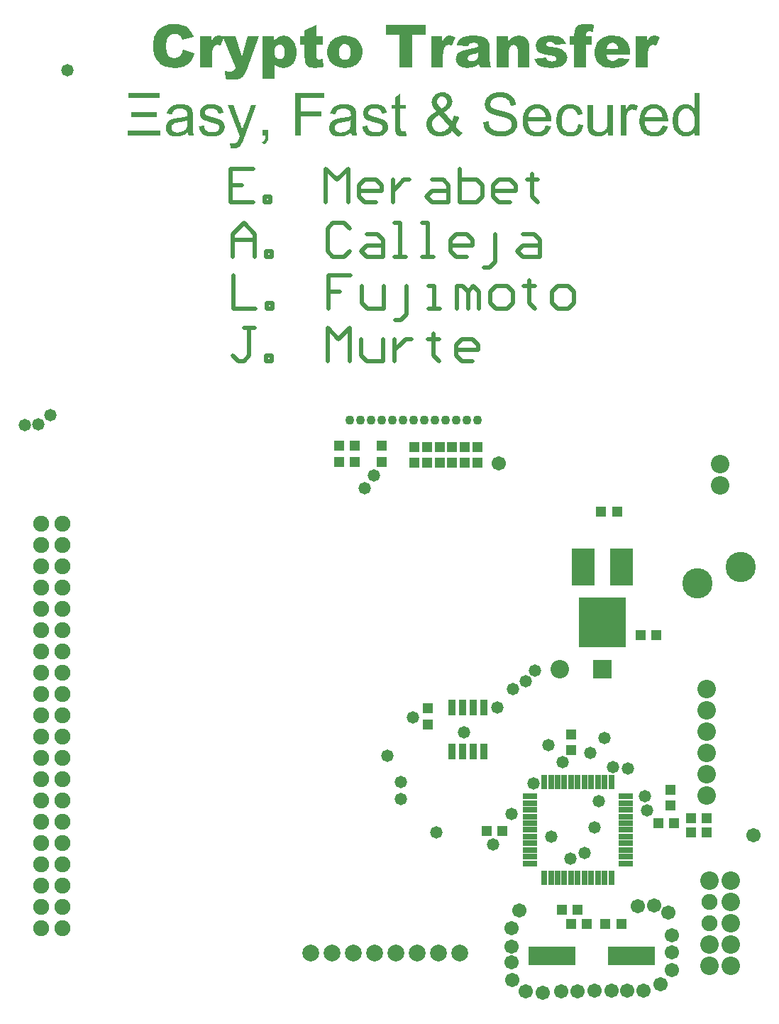
<source format=gts>
%FSLAX44Y44*%
%MOMM*%
G71*
G01*
G75*
G04 Layer_Color=8388736*
%ADD10R,1.0000X1.0000*%
%ADD11R,0.7600X1.7800*%
%ADD12R,0.7200X1.7800*%
%ADD13R,1.0000X1.0000*%
%ADD14R,5.5000X2.0000*%
%ADD15R,2.6000X4.3000*%
%ADD16R,5.5000X5.7000*%
%ADD17R,1.5000X0.5500*%
%ADD18R,0.5500X1.5000*%
%ADD19C,0.3000*%
%ADD20C,0.6000*%
%ADD21C,1.2000*%
%ADD22C,0.4000*%
%ADD23C,2.0000*%
%ADD24C,0.2540*%
%ADD25C,1.8000*%
%ADD26C,1.7000*%
%ADD27C,2.0000*%
%ADD28R,2.0000X2.0000*%
%ADD29C,0.9000*%
%ADD30C,3.4000*%
%ADD31C,1.2700*%
%ADD32C,1.5000*%
%ADD33R,1.0000X1.4000*%
%ADD34C,0.2500*%
%ADD35C,0.2000*%
%ADD36C,0.5000*%
%ADD37R,1.2032X1.2032*%
%ADD38R,0.9632X1.9832*%
%ADD39R,0.9232X1.9832*%
%ADD40R,1.2032X1.2032*%
%ADD41R,5.7032X2.2032*%
%ADD42R,2.8032X4.5032*%
%ADD43R,5.7032X5.9032*%
%ADD44R,1.7032X0.7532*%
%ADD45R,0.7532X1.7032*%
%ADD46C,2.0032*%
%ADD47C,1.9032*%
%ADD48C,2.2032*%
%ADD49R,2.2032X2.2032*%
%ADD50C,1.1032*%
%ADD51C,3.6032*%
%ADD52C,1.4732*%
%ADD53C,1.7032*%
G36*
X683285Y1172527D02*
X683841D01*
X684466Y1172458D01*
X685230D01*
X685994Y1172388D01*
X686896Y1172319D01*
X687869Y1172249D01*
X688910Y1172111D01*
X690021Y1171972D01*
X691202Y1171833D01*
X692521Y1171694D01*
X690924Y1163222D01*
X690785D01*
X690508Y1163291D01*
X690021Y1163361D01*
X689466Y1163430D01*
X688841Y1163500D01*
X688146Y1163569D01*
X687452Y1163638D01*
X686202D01*
X685785Y1163569D01*
X684883Y1163361D01*
X684466Y1163152D01*
X684119Y1162944D01*
X683980Y1162805D01*
X683633Y1162458D01*
X683285Y1161833D01*
X683077Y1161416D01*
X682938Y1160930D01*
Y1160861D01*
Y1160791D01*
X682869Y1160583D01*
Y1160236D01*
Y1159819D01*
X682799Y1159263D01*
Y1158569D01*
Y1157736D01*
X689535D01*
Y1147389D01*
X682799D01*
Y1121000D01*
X668702D01*
Y1147389D01*
X663425D01*
Y1157736D01*
X668702D01*
Y1159333D01*
Y1159472D01*
Y1159750D01*
Y1160236D01*
X668772Y1160791D01*
Y1161555D01*
X668911Y1162388D01*
X668980Y1163361D01*
X669119Y1164333D01*
Y1164472D01*
X669188Y1164819D01*
X669327Y1165305D01*
X669536Y1165930D01*
X669744Y1166624D01*
X670091Y1167319D01*
X670438Y1168013D01*
X670924Y1168708D01*
X670994Y1168777D01*
X671202Y1168986D01*
X671480Y1169333D01*
X671897Y1169680D01*
X672452Y1170166D01*
X673077Y1170583D01*
X673841Y1171069D01*
X674674Y1171486D01*
X674813Y1171555D01*
X675161Y1171694D01*
X675716Y1171833D01*
X676480Y1172041D01*
X677452Y1172249D01*
X678702Y1172458D01*
X680091Y1172527D01*
X681758Y1172597D01*
X682799D01*
X683285Y1172527D01*
D02*
G37*
G36*
X303760Y1039000D02*
Y1038944D01*
Y1038833D01*
Y1038611D01*
Y1038333D01*
X303705Y1038000D01*
Y1037611D01*
X303594Y1036722D01*
X303427Y1035723D01*
X303149Y1034667D01*
X302816Y1033612D01*
X302316Y1032612D01*
X302261Y1032501D01*
X302038Y1032223D01*
X301705Y1031778D01*
X301261Y1031223D01*
X300650Y1030612D01*
X299872Y1030001D01*
X298928Y1029390D01*
X297872Y1028834D01*
X296150Y1031501D01*
X296261Y1031556D01*
X296483Y1031667D01*
X296817Y1031890D01*
X297261Y1032167D01*
X297761Y1032556D01*
X298261Y1033001D01*
X298705Y1033501D01*
X299094Y1034112D01*
X299150Y1034167D01*
X299261Y1034445D01*
X299428Y1034834D01*
X299594Y1035389D01*
X299761Y1036056D01*
X299928Y1036889D01*
X300094Y1037889D01*
X300150Y1039000D01*
X296595D01*
Y1046166D01*
X303760D01*
Y1039000D01*
D02*
G37*
G36*
X322595Y1158500D02*
X323151D01*
X323706Y1158430D01*
X324470Y1158291D01*
X325234Y1158083D01*
X326068Y1157875D01*
X326970Y1157527D01*
X327943Y1157180D01*
X328845Y1156694D01*
X329818Y1156139D01*
X330720Y1155514D01*
X331623Y1154750D01*
X332526Y1153847D01*
X333290Y1152875D01*
X333359Y1152805D01*
X333498Y1152597D01*
X333637Y1152319D01*
X333915Y1151902D01*
X334262Y1151347D01*
X334609Y1150652D01*
X334956Y1149889D01*
X335373Y1149055D01*
X335720Y1148083D01*
X336067Y1147041D01*
X336415Y1145861D01*
X336762Y1144611D01*
X337040Y1143361D01*
X337178Y1141972D01*
X337317Y1140514D01*
X337387Y1138986D01*
Y1138916D01*
Y1138569D01*
Y1138083D01*
X337317Y1137458D01*
X337248Y1136694D01*
X337178Y1135861D01*
X337040Y1134819D01*
X336831Y1133778D01*
X336276Y1131555D01*
X335928Y1130375D01*
X335512Y1129194D01*
X335026Y1128083D01*
X334401Y1126972D01*
X333706Y1125930D01*
X332942Y1124958D01*
X332873Y1124889D01*
X332734Y1124750D01*
X332526Y1124542D01*
X332178Y1124194D01*
X331692Y1123847D01*
X331206Y1123430D01*
X330581Y1123014D01*
X329887Y1122597D01*
X329123Y1122111D01*
X328290Y1121694D01*
X327387Y1121278D01*
X326415Y1120930D01*
X325373Y1120583D01*
X324262Y1120375D01*
X323081Y1120236D01*
X321831Y1120167D01*
X321276D01*
X320651Y1120236D01*
X319887Y1120306D01*
X318915Y1120444D01*
X317943Y1120653D01*
X316901Y1120930D01*
X315859Y1121278D01*
X315720Y1121347D01*
X315443Y1121486D01*
X314887Y1121764D01*
X314262Y1122111D01*
X313568Y1122597D01*
X312734Y1123153D01*
X311970Y1123778D01*
X311137Y1124542D01*
Y1107042D01*
X296901D01*
Y1157736D01*
X310096D01*
Y1152319D01*
X310234Y1152389D01*
X310582Y1152805D01*
X311068Y1153430D01*
X311762Y1154125D01*
X312526Y1154889D01*
X313359Y1155652D01*
X314193Y1156347D01*
X315095Y1156902D01*
X315165D01*
X315234Y1156972D01*
X315651Y1157180D01*
X316276Y1157458D01*
X317109Y1157736D01*
X318081Y1158013D01*
X319262Y1158291D01*
X320512Y1158500D01*
X321901Y1158569D01*
X322248D01*
X322595Y1158500D01*
D02*
G37*
G36*
X193222Y1172527D02*
X193986Y1172458D01*
X194958Y1172388D01*
X196000Y1172249D01*
X197111Y1172111D01*
X199541Y1171624D01*
X202041Y1170930D01*
X203291Y1170513D01*
X204472Y1170027D01*
X205652Y1169402D01*
X206694Y1168708D01*
X206763Y1168638D01*
X206972Y1168499D01*
X207250Y1168291D01*
X207597Y1167944D01*
X208083Y1167597D01*
X208569Y1167041D01*
X209125Y1166486D01*
X209750Y1165791D01*
X210444Y1164958D01*
X211138Y1164055D01*
X211763Y1163083D01*
X212458Y1162041D01*
X213152Y1160861D01*
X213777Y1159611D01*
X214333Y1158222D01*
X214888Y1156763D01*
X201069Y1153708D01*
Y1153777D01*
X200930Y1154055D01*
X200791Y1154472D01*
X200583Y1155027D01*
X200097Y1156139D01*
X199819Y1156625D01*
X199541Y1157111D01*
X199472Y1157180D01*
X199333Y1157388D01*
X199055Y1157736D01*
X198638Y1158152D01*
X198152Y1158569D01*
X197597Y1159055D01*
X196972Y1159472D01*
X196277Y1159888D01*
X196208Y1159958D01*
X195930Y1160027D01*
X195583Y1160166D01*
X195027Y1160375D01*
X194402Y1160583D01*
X193708Y1160722D01*
X192875Y1160791D01*
X192041Y1160861D01*
X191555D01*
X191139Y1160791D01*
X190722Y1160722D01*
X190236Y1160652D01*
X188986Y1160305D01*
X187666Y1159819D01*
X187041Y1159472D01*
X186347Y1159055D01*
X185653Y1158569D01*
X185028Y1157944D01*
X184403Y1157319D01*
X183847Y1156555D01*
Y1156486D01*
X183778Y1156416D01*
X183639Y1156208D01*
X183500Y1155930D01*
X183361Y1155583D01*
X183153Y1155166D01*
X182944Y1154680D01*
X182805Y1154125D01*
X182597Y1153430D01*
X182389Y1152736D01*
X182180Y1151902D01*
X182041Y1151000D01*
X181903Y1150027D01*
X181764Y1148916D01*
X181694Y1147805D01*
Y1146555D01*
Y1146486D01*
Y1146208D01*
Y1145791D01*
X181764Y1145166D01*
Y1144541D01*
X181833Y1143708D01*
X181903Y1142875D01*
X182041Y1141972D01*
X182319Y1140027D01*
X182736Y1138153D01*
X183014Y1137250D01*
X183361Y1136416D01*
X183778Y1135653D01*
X184194Y1135028D01*
X184333Y1134889D01*
X184680Y1134541D01*
X185236Y1134055D01*
X186069Y1133500D01*
X187111Y1132944D01*
X188361Y1132458D01*
X189750Y1132111D01*
X190583Y1132041D01*
X191416Y1131972D01*
X191833D01*
X192180Y1132041D01*
X192944Y1132111D01*
X193986Y1132319D01*
X195097Y1132597D01*
X196208Y1133014D01*
X197250Y1133639D01*
X198222Y1134472D01*
X198361Y1134611D01*
X198638Y1134958D01*
X199055Y1135514D01*
X199541Y1136347D01*
X200097Y1137389D01*
X200652Y1138639D01*
X201208Y1140097D01*
X201625Y1141833D01*
X215374Y1137666D01*
Y1137597D01*
X215305Y1137389D01*
X215236Y1137111D01*
X215097Y1136694D01*
X214958Y1136208D01*
X214749Y1135653D01*
X214333Y1134264D01*
X213708Y1132736D01*
X212944Y1131139D01*
X212041Y1129472D01*
X211000Y1127944D01*
Y1127875D01*
X210861Y1127805D01*
X210722Y1127597D01*
X210444Y1127319D01*
X209819Y1126625D01*
X208986Y1125792D01*
X207875Y1124819D01*
X206625Y1123847D01*
X205166Y1122944D01*
X203569Y1122111D01*
X203500D01*
X203361Y1122042D01*
X203152Y1121903D01*
X202805Y1121833D01*
X202319Y1121694D01*
X201833Y1121486D01*
X201208Y1121347D01*
X200513Y1121139D01*
X199750Y1120930D01*
X198916Y1120792D01*
X197944Y1120653D01*
X196972Y1120444D01*
X195930Y1120375D01*
X194750Y1120236D01*
X192319Y1120167D01*
X191555D01*
X190930Y1120236D01*
X190236D01*
X189403Y1120306D01*
X188500Y1120375D01*
X187528Y1120444D01*
X185375Y1120722D01*
X183153Y1121139D01*
X180861Y1121764D01*
X179819Y1122111D01*
X178778Y1122528D01*
X178708D01*
X178569Y1122667D01*
X178291Y1122805D01*
X177875Y1123014D01*
X177458Y1123292D01*
X176903Y1123639D01*
X176347Y1124055D01*
X175722Y1124472D01*
X175028Y1125028D01*
X174264Y1125653D01*
X173569Y1126347D01*
X172806Y1127111D01*
X171972Y1127944D01*
X171208Y1128917D01*
X170514Y1129889D01*
X169750Y1131000D01*
X169681Y1131069D01*
X169611Y1131278D01*
X169403Y1131625D01*
X169194Y1132111D01*
X168917Y1132666D01*
X168569Y1133430D01*
X168222Y1134264D01*
X167875Y1135236D01*
X167528Y1136278D01*
X167181Y1137458D01*
X166903Y1138708D01*
X166556Y1140097D01*
X166347Y1141555D01*
X166139Y1143083D01*
X166069Y1144750D01*
X166000Y1146486D01*
Y1146555D01*
Y1146625D01*
Y1147041D01*
X166069Y1147666D01*
X166139Y1148569D01*
X166208Y1149611D01*
X166347Y1150791D01*
X166556Y1152180D01*
X166833Y1153639D01*
X167181Y1155166D01*
X167597Y1156694D01*
X168153Y1158361D01*
X168847Y1159958D01*
X169611Y1161486D01*
X170444Y1163013D01*
X171486Y1164472D01*
X172667Y1165791D01*
X172736Y1165861D01*
X173014Y1166069D01*
X173361Y1166416D01*
X173917Y1166833D01*
X174611Y1167388D01*
X175444Y1167944D01*
X176416Y1168569D01*
X177528Y1169194D01*
X178778Y1169819D01*
X180236Y1170444D01*
X181764Y1170999D01*
X183500Y1171555D01*
X185305Y1171972D01*
X187250Y1172319D01*
X189403Y1172527D01*
X191625Y1172597D01*
X192528D01*
X193222Y1172527D01*
D02*
G37*
G36*
X512183Y1091050D02*
X512628Y1090995D01*
X513128Y1090939D01*
X513739Y1090828D01*
X514350Y1090717D01*
X515738Y1090328D01*
X516405Y1090050D01*
X517183Y1089772D01*
X517849Y1089384D01*
X518572Y1088939D01*
X519238Y1088439D01*
X519905Y1087884D01*
X519960Y1087828D01*
X520071Y1087717D01*
X520238Y1087551D01*
X520460Y1087328D01*
X520682Y1086995D01*
X520960Y1086606D01*
X521293Y1086217D01*
X521627Y1085717D01*
X522238Y1084551D01*
X522793Y1083273D01*
X522960Y1082495D01*
X523127Y1081773D01*
X523238Y1080940D01*
X523293Y1080107D01*
Y1080051D01*
Y1079774D01*
X523238Y1079385D01*
X523127Y1078885D01*
X523016Y1078274D01*
X522793Y1077552D01*
X522460Y1076718D01*
X522071Y1075829D01*
X521571Y1074885D01*
X520905Y1073885D01*
X520127Y1072830D01*
X519183Y1071774D01*
X518072Y1070719D01*
X516738Y1069663D01*
X515238Y1068608D01*
X514405Y1068108D01*
X513516Y1067608D01*
X522793Y1055943D01*
Y1055998D01*
X522849Y1056109D01*
X522960Y1056276D01*
X523071Y1056498D01*
X523182Y1056776D01*
X523349Y1057165D01*
X523682Y1057998D01*
X524071Y1059053D01*
X524460Y1060276D01*
X524904Y1061664D01*
X525238Y1063109D01*
X531792Y1061720D01*
Y1061664D01*
X531737Y1061442D01*
X531626Y1061053D01*
X531459Y1060609D01*
X531292Y1060053D01*
X531070Y1059387D01*
X530848Y1058609D01*
X530570Y1057831D01*
X529904Y1056109D01*
X529126Y1054221D01*
X528237Y1052443D01*
X527737Y1051554D01*
X527182Y1050721D01*
X527237Y1050666D01*
X527348Y1050499D01*
X527515Y1050277D01*
X527793Y1049943D01*
X528126Y1049555D01*
X528570Y1049054D01*
X529015Y1048555D01*
X529515Y1047943D01*
X530737Y1046721D01*
X532070Y1045388D01*
X533625Y1044055D01*
X535236Y1042833D01*
X531015Y1037833D01*
X530959Y1037889D01*
X530848Y1037945D01*
X530626Y1038111D01*
X530348Y1038278D01*
X530015Y1038556D01*
X529570Y1038833D01*
X529126Y1039222D01*
X528570Y1039611D01*
X528015Y1040111D01*
X527404Y1040611D01*
X526737Y1041222D01*
X526071Y1041889D01*
X525349Y1042555D01*
X524626Y1043333D01*
X523904Y1044111D01*
X523127Y1044999D01*
X523071Y1044944D01*
X522960Y1044833D01*
X522793Y1044666D01*
X522571Y1044444D01*
X522293Y1044166D01*
X521960Y1043833D01*
X521127Y1043055D01*
X520127Y1042222D01*
X518960Y1041389D01*
X517683Y1040555D01*
X516349Y1039833D01*
X516294D01*
X516183Y1039778D01*
X515961Y1039667D01*
X515738Y1039556D01*
X515350Y1039444D01*
X514961Y1039333D01*
X514516Y1039167D01*
X513961Y1039000D01*
X512794Y1038722D01*
X511461Y1038445D01*
X509961Y1038222D01*
X508406Y1038167D01*
X508073D01*
X507628Y1038222D01*
X507128Y1038278D01*
X506462Y1038333D01*
X505684Y1038445D01*
X504795Y1038611D01*
X503906Y1038833D01*
X502906Y1039111D01*
X501907Y1039444D01*
X500851Y1039889D01*
X499796Y1040389D01*
X498796Y1041000D01*
X497796Y1041722D01*
X496796Y1042500D01*
X495907Y1043444D01*
X495852Y1043500D01*
X495741Y1043666D01*
X495574Y1043888D01*
X495352Y1044222D01*
X495018Y1044611D01*
X494741Y1045110D01*
X494407Y1045666D01*
X494074Y1046277D01*
X493685Y1046944D01*
X493352Y1047721D01*
X492796Y1049332D01*
X492519Y1050221D01*
X492352Y1051165D01*
X492241Y1052110D01*
X492185Y1053110D01*
Y1053165D01*
Y1053332D01*
Y1053554D01*
X492241Y1053943D01*
X492296Y1054332D01*
X492352Y1054832D01*
X492463Y1055387D01*
X492574Y1055998D01*
X492907Y1057276D01*
X493463Y1058720D01*
X493852Y1059498D01*
X494241Y1060220D01*
X494685Y1060942D01*
X495241Y1061664D01*
X495296Y1061720D01*
X495407Y1061831D01*
X495574Y1062053D01*
X495796Y1062331D01*
X496129Y1062664D01*
X496518Y1063053D01*
X497018Y1063442D01*
X497518Y1063942D01*
X498129Y1064442D01*
X498796Y1064997D01*
X499573Y1065553D01*
X500407Y1066108D01*
X501296Y1066719D01*
X502240Y1067275D01*
X503295Y1067830D01*
X504406Y1068386D01*
X504351Y1068441D01*
X504240Y1068552D01*
X504073Y1068775D01*
X503851Y1069052D01*
X503573Y1069386D01*
X503240Y1069775D01*
X502518Y1070719D01*
X501740Y1071719D01*
X500962Y1072774D01*
X500296Y1073830D01*
X499740Y1074830D01*
Y1074885D01*
X499684Y1074941D01*
X499573Y1075274D01*
X499351Y1075718D01*
X499185Y1076385D01*
X498962Y1077107D01*
X498740Y1077940D01*
X498629Y1078774D01*
X498574Y1079662D01*
Y1079718D01*
Y1079885D01*
Y1080107D01*
X498629Y1080440D01*
X498685Y1080829D01*
X498740Y1081329D01*
X498851Y1081829D01*
X499018Y1082384D01*
X499462Y1083662D01*
X499740Y1084329D01*
X500073Y1084995D01*
X500518Y1085662D01*
X501018Y1086328D01*
X501573Y1086995D01*
X502184Y1087662D01*
X502240Y1087717D01*
X502351Y1087828D01*
X502573Y1087995D01*
X502851Y1088217D01*
X503184Y1088439D01*
X503629Y1088773D01*
X504128Y1089050D01*
X504684Y1089384D01*
X505295Y1089717D01*
X506017Y1089995D01*
X506739Y1090328D01*
X507573Y1090550D01*
X508406Y1090772D01*
X509350Y1090939D01*
X510295Y1091050D01*
X511295Y1091106D01*
X511794D01*
X512183Y1091050D01*
D02*
G37*
G36*
X461411Y1076163D02*
X467799D01*
Y1071274D01*
X461411D01*
Y1049499D01*
Y1049443D01*
Y1049388D01*
Y1049054D01*
Y1048610D01*
X461466Y1048055D01*
Y1047499D01*
X461577Y1046944D01*
X461633Y1046444D01*
X461744Y1046055D01*
Y1045999D01*
X461800Y1045944D01*
X462022Y1045610D01*
X462355Y1045222D01*
X462799Y1044833D01*
X462855D01*
X462966Y1044777D01*
X463133Y1044722D01*
X463355Y1044611D01*
X463688Y1044555D01*
X464022Y1044444D01*
X464466Y1044388D01*
X465410D01*
X465744Y1044444D01*
X466133D01*
X466632Y1044499D01*
X467188Y1044555D01*
X467799Y1044611D01*
X468632Y1039056D01*
X468521D01*
X468188Y1038944D01*
X467688Y1038889D01*
X467021Y1038778D01*
X466299Y1038667D01*
X465521Y1038611D01*
X463855Y1038500D01*
X463299D01*
X462688Y1038556D01*
X461911Y1038611D01*
X461022Y1038778D01*
X460133Y1038944D01*
X459300Y1039222D01*
X458522Y1039556D01*
X458467Y1039611D01*
X458244Y1039778D01*
X457911Y1040000D01*
X457467Y1040333D01*
X457022Y1040722D01*
X456578Y1041222D01*
X456189Y1041777D01*
X455856Y1042389D01*
X455800Y1042500D01*
X455745Y1042777D01*
X455689Y1043000D01*
X455634Y1043277D01*
X455578Y1043611D01*
X455522Y1043999D01*
X455411Y1044444D01*
X455356Y1044999D01*
X455300Y1045610D01*
X455245Y1046277D01*
X455189Y1047055D01*
Y1047888D01*
X455134Y1048832D01*
Y1049832D01*
Y1071274D01*
X450467D01*
Y1076163D01*
X455134D01*
Y1085329D01*
X461411Y1089106D01*
Y1076163D01*
D02*
G37*
G36*
X174885Y1039000D02*
X136000D01*
Y1045055D01*
X174885D01*
Y1039000D01*
D02*
G37*
G36*
X625227Y1076941D02*
X625727D01*
X626394Y1076829D01*
X627116Y1076718D01*
X627949Y1076552D01*
X628838Y1076385D01*
X629782Y1076107D01*
X630727Y1075774D01*
X631782Y1075330D01*
X632782Y1074830D01*
X633782Y1074274D01*
X634782Y1073552D01*
X635782Y1072774D01*
X636670Y1071886D01*
X636726Y1071830D01*
X636893Y1071663D01*
X637115Y1071385D01*
X637393Y1070941D01*
X637781Y1070441D01*
X638170Y1069830D01*
X638615Y1069052D01*
X639059Y1068219D01*
X639448Y1067275D01*
X639892Y1066219D01*
X640281Y1065053D01*
X640670Y1063775D01*
X640948Y1062386D01*
X641170Y1060887D01*
X641337Y1059331D01*
X641392Y1057665D01*
Y1057554D01*
Y1057276D01*
Y1056720D01*
X641337Y1055998D01*
X613617D01*
Y1055943D01*
Y1055721D01*
X613673Y1055387D01*
X613728Y1054998D01*
X613784Y1054443D01*
X613895Y1053887D01*
X614006Y1053221D01*
X614173Y1052499D01*
X614617Y1050999D01*
X615228Y1049388D01*
X615617Y1048666D01*
X616006Y1047888D01*
X616506Y1047221D01*
X617061Y1046555D01*
X617117Y1046499D01*
X617228Y1046444D01*
X617395Y1046277D01*
X617617Y1046055D01*
X617950Y1045833D01*
X618283Y1045555D01*
X618728Y1045222D01*
X619228Y1044944D01*
X620339Y1044333D01*
X621672Y1043833D01*
X622394Y1043611D01*
X623172Y1043500D01*
X624005Y1043388D01*
X624838Y1043333D01*
X625172D01*
X625394Y1043388D01*
X626060Y1043444D01*
X626894Y1043555D01*
X627782Y1043777D01*
X628782Y1044111D01*
X629782Y1044499D01*
X630727Y1045110D01*
X630782D01*
X630838Y1045222D01*
X631115Y1045444D01*
X631560Y1045888D01*
X632115Y1046555D01*
X632726Y1047333D01*
X633393Y1048388D01*
X634059Y1049610D01*
X634615Y1050999D01*
X641170Y1050165D01*
Y1050110D01*
X641114Y1049888D01*
X641003Y1049610D01*
X640837Y1049221D01*
X640670Y1048721D01*
X640448Y1048166D01*
X640170Y1047555D01*
X639892Y1046888D01*
X639114Y1045499D01*
X638115Y1043999D01*
X637504Y1043277D01*
X636893Y1042555D01*
X636226Y1041889D01*
X635448Y1041277D01*
X635393Y1041222D01*
X635282Y1041166D01*
X635004Y1041000D01*
X634726Y1040778D01*
X634282Y1040555D01*
X633782Y1040278D01*
X633226Y1040000D01*
X632560Y1039722D01*
X631838Y1039444D01*
X631004Y1039167D01*
X630171Y1038889D01*
X629227Y1038667D01*
X628227Y1038445D01*
X627171Y1038278D01*
X626005Y1038222D01*
X624838Y1038167D01*
X624505D01*
X624061Y1038222D01*
X623505D01*
X622783Y1038333D01*
X622005Y1038445D01*
X621116Y1038611D01*
X620172Y1038778D01*
X619172Y1039056D01*
X618117Y1039389D01*
X617006Y1039778D01*
X615950Y1040278D01*
X614839Y1040833D01*
X613839Y1041500D01*
X612840Y1042277D01*
X611895Y1043166D01*
X611840Y1043222D01*
X611673Y1043388D01*
X611451Y1043666D01*
X611173Y1044111D01*
X610784Y1044611D01*
X610395Y1045222D01*
X609951Y1045944D01*
X609562Y1046777D01*
X609118Y1047721D01*
X608673Y1048777D01*
X608284Y1049943D01*
X607896Y1051221D01*
X607618Y1052554D01*
X607396Y1053998D01*
X607229Y1055554D01*
X607173Y1057220D01*
Y1057331D01*
Y1057609D01*
X607229Y1058109D01*
Y1058776D01*
X607340Y1059553D01*
X607451Y1060442D01*
X607562Y1061498D01*
X607785Y1062553D01*
X608007Y1063720D01*
X608340Y1064886D01*
X608729Y1066108D01*
X609173Y1067330D01*
X609729Y1068497D01*
X610395Y1069663D01*
X611117Y1070775D01*
X611951Y1071774D01*
X612006Y1071830D01*
X612173Y1071997D01*
X612451Y1072274D01*
X612840Y1072608D01*
X613284Y1072997D01*
X613895Y1073441D01*
X614562Y1073885D01*
X615339Y1074385D01*
X616172Y1074885D01*
X617117Y1075330D01*
X618172Y1075774D01*
X619283Y1076163D01*
X620505Y1076496D01*
X621727Y1076774D01*
X623116Y1076941D01*
X624505Y1076996D01*
X624838D01*
X625227Y1076941D01*
D02*
G37*
G36*
X764546D02*
X765046D01*
X765713Y1076829D01*
X766435Y1076718D01*
X767268Y1076552D01*
X768157Y1076385D01*
X769101Y1076107D01*
X770045Y1075774D01*
X771101Y1075330D01*
X772101Y1074830D01*
X773101Y1074274D01*
X774101Y1073552D01*
X775100Y1072774D01*
X775989Y1071886D01*
X776045Y1071830D01*
X776211Y1071663D01*
X776434Y1071385D01*
X776711Y1070941D01*
X777100Y1070441D01*
X777489Y1069830D01*
X777934Y1069052D01*
X778378Y1068219D01*
X778767Y1067275D01*
X779211Y1066219D01*
X779600Y1065053D01*
X779989Y1063775D01*
X780267Y1062386D01*
X780489Y1060887D01*
X780655Y1059331D01*
X780711Y1057665D01*
Y1057554D01*
Y1057276D01*
Y1056720D01*
X780655Y1055998D01*
X752936D01*
Y1055943D01*
Y1055721D01*
X752992Y1055387D01*
X753047Y1054998D01*
X753103Y1054443D01*
X753214Y1053887D01*
X753325Y1053221D01*
X753492Y1052499D01*
X753936Y1050999D01*
X754547Y1049388D01*
X754936Y1048666D01*
X755325Y1047888D01*
X755825Y1047221D01*
X756380Y1046555D01*
X756436Y1046499D01*
X756547Y1046444D01*
X756713Y1046277D01*
X756936Y1046055D01*
X757269Y1045833D01*
X757602Y1045555D01*
X758047Y1045222D01*
X758547Y1044944D01*
X759658Y1044333D01*
X760991Y1043833D01*
X761713Y1043611D01*
X762491Y1043500D01*
X763324Y1043388D01*
X764157Y1043333D01*
X764490D01*
X764713Y1043388D01*
X765379Y1043444D01*
X766212Y1043555D01*
X767101Y1043777D01*
X768101Y1044111D01*
X769101Y1044499D01*
X770045Y1045110D01*
X770101D01*
X770156Y1045222D01*
X770434Y1045444D01*
X770879Y1045888D01*
X771434Y1046555D01*
X772045Y1047333D01*
X772712Y1048388D01*
X773378Y1049610D01*
X773934Y1050999D01*
X780489Y1050165D01*
Y1050110D01*
X780433Y1049888D01*
X780322Y1049610D01*
X780155Y1049221D01*
X779989Y1048721D01*
X779767Y1048166D01*
X779489Y1047555D01*
X779211Y1046888D01*
X778433Y1045499D01*
X777433Y1043999D01*
X776823Y1043277D01*
X776211Y1042555D01*
X775545Y1041889D01*
X774767Y1041277D01*
X774712Y1041222D01*
X774601Y1041166D01*
X774323Y1041000D01*
X774045Y1040778D01*
X773601Y1040555D01*
X773101Y1040278D01*
X772545Y1040000D01*
X771879Y1039722D01*
X771156Y1039444D01*
X770323Y1039167D01*
X769490Y1038889D01*
X768546Y1038667D01*
X767546Y1038445D01*
X766490Y1038278D01*
X765324Y1038222D01*
X764157Y1038167D01*
X763824D01*
X763379Y1038222D01*
X762824D01*
X762102Y1038333D01*
X761324Y1038445D01*
X760435Y1038611D01*
X759491Y1038778D01*
X758491Y1039056D01*
X757436Y1039389D01*
X756325Y1039778D01*
X755269Y1040278D01*
X754158Y1040833D01*
X753158Y1041500D01*
X752158Y1042277D01*
X751214Y1043166D01*
X751159Y1043222D01*
X750992Y1043388D01*
X750770Y1043666D01*
X750492Y1044111D01*
X750103Y1044611D01*
X749714Y1045222D01*
X749270Y1045944D01*
X748881Y1046777D01*
X748437Y1047721D01*
X747992Y1048777D01*
X747603Y1049943D01*
X747215Y1051221D01*
X746937Y1052554D01*
X746714Y1053998D01*
X746548Y1055554D01*
X746492Y1057220D01*
Y1057331D01*
Y1057609D01*
X746548Y1058109D01*
Y1058776D01*
X746659Y1059553D01*
X746770Y1060442D01*
X746881Y1061498D01*
X747103Y1062553D01*
X747326Y1063720D01*
X747659Y1064886D01*
X748048Y1066108D01*
X748492Y1067330D01*
X749048Y1068497D01*
X749714Y1069663D01*
X750436Y1070775D01*
X751270Y1071774D01*
X751325Y1071830D01*
X751492Y1071997D01*
X751769Y1072274D01*
X752158Y1072608D01*
X752603Y1072997D01*
X753214Y1073441D01*
X753880Y1073885D01*
X754658Y1074385D01*
X755491Y1074885D01*
X756436Y1075330D01*
X757491Y1075774D01*
X758602Y1076163D01*
X759824Y1076496D01*
X761046Y1076774D01*
X762435Y1076941D01*
X763824Y1076996D01*
X764157D01*
X764546Y1076941D01*
D02*
G37*
G36*
X765368Y1158500D02*
X766201Y1158361D01*
X767243Y1158083D01*
X768423Y1157736D01*
X769673Y1157250D01*
X771062Y1156625D01*
X766687Y1146555D01*
X766548Y1146625D01*
X766271Y1146694D01*
X765854Y1146902D01*
X765229Y1147111D01*
X763979Y1147458D01*
X763354Y1147527D01*
X762729Y1147597D01*
X762243D01*
X761757Y1147458D01*
X761132Y1147319D01*
X760437Y1147041D01*
X759743Y1146625D01*
X759048Y1146069D01*
X758423Y1145305D01*
Y1145236D01*
X758354Y1145166D01*
X758215Y1144958D01*
X758076Y1144680D01*
X757937Y1144264D01*
X757729Y1143847D01*
X757521Y1143222D01*
X757382Y1142597D01*
X757173Y1141833D01*
X756965Y1140930D01*
X756757Y1139958D01*
X756618Y1138847D01*
X756479Y1137666D01*
X756340Y1136347D01*
X756271Y1134889D01*
Y1133291D01*
Y1121000D01*
X742104D01*
Y1157736D01*
X755298D01*
Y1151764D01*
X755368Y1151833D01*
X755507Y1152041D01*
X755646Y1152319D01*
X755993Y1153014D01*
X756479Y1153847D01*
X757104Y1154680D01*
X757729Y1155583D01*
X758423Y1156416D01*
X759187Y1157041D01*
X759257Y1157111D01*
X759534Y1157250D01*
X759951Y1157527D01*
X760576Y1157805D01*
X761271Y1158083D01*
X762173Y1158361D01*
X763146Y1158500D01*
X764187Y1158569D01*
X764743D01*
X765368Y1158500D01*
D02*
G37*
G36*
X715021D02*
X715646D01*
X716410Y1158430D01*
X717313Y1158361D01*
X718215Y1158291D01*
X720160Y1157944D01*
X722243Y1157527D01*
X724257Y1156972D01*
X725229Y1156555D01*
X726132Y1156139D01*
X726201D01*
X726340Y1156000D01*
X726549Y1155861D01*
X726896Y1155722D01*
X727729Y1155166D01*
X728701Y1154402D01*
X729813Y1153430D01*
X730993Y1152250D01*
X732104Y1150791D01*
X733076Y1149194D01*
Y1149125D01*
X733215Y1148986D01*
X733285Y1148708D01*
X733493Y1148361D01*
X733632Y1147944D01*
X733840Y1147389D01*
X734049Y1146764D01*
X734326Y1146000D01*
X734535Y1145236D01*
X734743Y1144333D01*
X734951Y1143361D01*
X735160Y1142319D01*
X735299Y1141208D01*
X735437Y1139958D01*
X735507Y1138708D01*
Y1137389D01*
Y1135861D01*
X707243D01*
Y1135791D01*
Y1135722D01*
X707313Y1135305D01*
X707452Y1134680D01*
X707591Y1133986D01*
X707868Y1133153D01*
X708146Y1132319D01*
X708563Y1131486D01*
X709049Y1130791D01*
X709118Y1130722D01*
X709396Y1130444D01*
X709882Y1130028D01*
X710507Y1129611D01*
X711271Y1129194D01*
X712174Y1128778D01*
X713216Y1128500D01*
X714396Y1128430D01*
X714743D01*
X715160Y1128500D01*
X715646Y1128569D01*
X716271Y1128639D01*
X716965Y1128847D01*
X717660Y1129055D01*
X718354Y1129403D01*
X718424Y1129472D01*
X718563Y1129542D01*
X718771Y1129680D01*
X719118Y1129958D01*
X719465Y1130305D01*
X719882Y1130722D01*
X720368Y1131208D01*
X720854Y1131764D01*
X734743Y1130514D01*
X734674Y1130444D01*
X734604Y1130305D01*
X734396Y1129958D01*
X734187Y1129611D01*
X733840Y1129125D01*
X733493Y1128639D01*
X732590Y1127458D01*
X731479Y1126139D01*
X730160Y1124819D01*
X728632Y1123569D01*
X727868Y1123014D01*
X727035Y1122528D01*
X726965D01*
X726826Y1122458D01*
X726549Y1122319D01*
X726201Y1122180D01*
X725715Y1121972D01*
X725160Y1121764D01*
X724465Y1121555D01*
X723701Y1121347D01*
X722868Y1121139D01*
X721896Y1120930D01*
X720854Y1120722D01*
X719674Y1120514D01*
X718424Y1120375D01*
X717104Y1120236D01*
X715646Y1120167D01*
X712938D01*
X712313Y1120236D01*
X711618Y1120306D01*
X710785D01*
X709952Y1120444D01*
X708077Y1120653D01*
X706202Y1121000D01*
X704327Y1121486D01*
X703424Y1121833D01*
X702591Y1122180D01*
X702521D01*
X702382Y1122250D01*
X702174Y1122389D01*
X701896Y1122597D01*
X701132Y1123083D01*
X700160Y1123778D01*
X699049Y1124680D01*
X697938Y1125792D01*
X696757Y1127180D01*
X695646Y1128708D01*
Y1128778D01*
X695507Y1128917D01*
X695369Y1129194D01*
X695230Y1129542D01*
X695021Y1129958D01*
X694813Y1130444D01*
X694535Y1131069D01*
X694327Y1131694D01*
X694049Y1132458D01*
X693771Y1133291D01*
X693355Y1135097D01*
X693077Y1137111D01*
X692938Y1139264D01*
Y1139333D01*
Y1139680D01*
X693008Y1140097D01*
Y1140722D01*
X693077Y1141416D01*
X693216Y1142250D01*
X693424Y1143222D01*
X693633Y1144264D01*
X693910Y1145305D01*
X694258Y1146486D01*
X694744Y1147597D01*
X695230Y1148777D01*
X695855Y1149958D01*
X696618Y1151069D01*
X697452Y1152180D01*
X698424Y1153222D01*
X698493Y1153291D01*
X698702Y1153430D01*
X698980Y1153708D01*
X699466Y1154055D01*
X700021Y1154472D01*
X700646Y1154889D01*
X701480Y1155375D01*
X702382Y1155930D01*
X703424Y1156416D01*
X704535Y1156902D01*
X705854Y1157319D01*
X707174Y1157736D01*
X708632Y1158083D01*
X710229Y1158361D01*
X711896Y1158500D01*
X713702Y1158569D01*
X714466D01*
X715021Y1158500D01*
D02*
G37*
G36*
X491621Y1159263D02*
X475649D01*
Y1121000D01*
X459955D01*
Y1159263D01*
X443983D01*
Y1171763D01*
X491621D01*
Y1159263D01*
D02*
G37*
G36*
X361137Y1157736D02*
X368914D01*
Y1147389D01*
X361137D01*
Y1134403D01*
Y1134333D01*
Y1134055D01*
Y1133639D01*
X361206Y1133153D01*
X361345Y1132111D01*
X361414Y1131625D01*
X361553Y1131278D01*
X361623Y1131208D01*
X361692Y1131139D01*
X361900Y1130930D01*
X362109Y1130722D01*
X362456Y1130514D01*
X362873Y1130375D01*
X363359Y1130236D01*
X363984Y1130166D01*
X364262D01*
X364609Y1130236D01*
X365095Y1130305D01*
X365720Y1130375D01*
X366484Y1130514D01*
X367386Y1130722D01*
X368359Y1131000D01*
X369400Y1121278D01*
X369331D01*
X369192Y1121208D01*
X368914D01*
X368498Y1121139D01*
X368011Y1121000D01*
X367525Y1120930D01*
X366900Y1120861D01*
X366206Y1120722D01*
X364678Y1120514D01*
X363012Y1120375D01*
X361345Y1120236D01*
X359609Y1120167D01*
X358775D01*
X358359Y1120236D01*
X357803D01*
X356692Y1120306D01*
X355442Y1120514D01*
X354192Y1120722D01*
X352942Y1121069D01*
X351900Y1121486D01*
X351762Y1121555D01*
X351484Y1121764D01*
X351067Y1122042D01*
X350512Y1122458D01*
X349887Y1123083D01*
X349262Y1123778D01*
X348706Y1124542D01*
X348220Y1125514D01*
X348151Y1125653D01*
X348012Y1126069D01*
X347942Y1126347D01*
X347873Y1126694D01*
X347734Y1127180D01*
X347664Y1127667D01*
X347526Y1128292D01*
X347387Y1128917D01*
X347317Y1129680D01*
X347248Y1130444D01*
X347178Y1131347D01*
X347109Y1132319D01*
X347039Y1133361D01*
Y1134472D01*
Y1147389D01*
X341831D01*
Y1157736D01*
X347039D01*
Y1164472D01*
X361137Y1171763D01*
Y1157736D01*
D02*
G37*
G36*
X395928Y1158500D02*
X396692D01*
X397594Y1158361D01*
X398705Y1158222D01*
X399817Y1158013D01*
X401136Y1157736D01*
X402455Y1157388D01*
X403775Y1156972D01*
X405164Y1156486D01*
X406553Y1155861D01*
X407942Y1155097D01*
X409192Y1154264D01*
X410442Y1153222D01*
X411553Y1152111D01*
X411622Y1152041D01*
X411761Y1151902D01*
X411969Y1151555D01*
X412247Y1151208D01*
X412594Y1150722D01*
X413011Y1150097D01*
X413428Y1149402D01*
X413844Y1148639D01*
X414261Y1147736D01*
X414678Y1146764D01*
X415094Y1145722D01*
X415441Y1144611D01*
X415719Y1143430D01*
X415928Y1142180D01*
X416066Y1140861D01*
X416136Y1139472D01*
Y1139402D01*
Y1139125D01*
X416066Y1138639D01*
Y1138083D01*
X415997Y1137319D01*
X415858Y1136486D01*
X415650Y1135514D01*
X415441Y1134541D01*
X415094Y1133430D01*
X414747Y1132319D01*
X414261Y1131139D01*
X413705Y1129958D01*
X413080Y1128847D01*
X412316Y1127667D01*
X411414Y1126555D01*
X410442Y1125514D01*
X410372Y1125444D01*
X410164Y1125305D01*
X409886Y1125028D01*
X409400Y1124680D01*
X408844Y1124264D01*
X408150Y1123847D01*
X407317Y1123361D01*
X406414Y1122875D01*
X405372Y1122319D01*
X404192Y1121833D01*
X402872Y1121417D01*
X401483Y1121000D01*
X400025Y1120653D01*
X398428Y1120375D01*
X396692Y1120236D01*
X394886Y1120167D01*
X394053D01*
X393428Y1120236D01*
X392664Y1120306D01*
X391761Y1120375D01*
X390789Y1120514D01*
X389747Y1120722D01*
X387456Y1121278D01*
X386275Y1121625D01*
X385095Y1122042D01*
X383845Y1122528D01*
X382733Y1123153D01*
X381553Y1123847D01*
X380511Y1124611D01*
X380442Y1124680D01*
X380233Y1124889D01*
X379886Y1125167D01*
X379470Y1125653D01*
X378983Y1126208D01*
X378428Y1126833D01*
X377803Y1127667D01*
X377178Y1128500D01*
X376553Y1129542D01*
X375928Y1130653D01*
X375373Y1131833D01*
X374886Y1133153D01*
X374470Y1134541D01*
X374123Y1136000D01*
X373914Y1137597D01*
X373845Y1139264D01*
Y1139333D01*
Y1139611D01*
X373914Y1140097D01*
Y1140652D01*
X374053Y1141347D01*
X374123Y1142180D01*
X374331Y1143152D01*
X374539Y1144125D01*
X374817Y1145236D01*
X375234Y1146347D01*
X375650Y1147458D01*
X376206Y1148639D01*
X376831Y1149819D01*
X377595Y1150930D01*
X378497Y1152041D01*
X379470Y1153083D01*
X379539Y1153152D01*
X379747Y1153291D01*
X380095Y1153569D01*
X380511Y1153916D01*
X381067Y1154333D01*
X381761Y1154819D01*
X382595Y1155305D01*
X383567Y1155861D01*
X384608Y1156347D01*
X385719Y1156833D01*
X387039Y1157319D01*
X388358Y1157736D01*
X389886Y1158083D01*
X391414Y1158361D01*
X393081Y1158500D01*
X394886Y1158569D01*
X395372D01*
X395928Y1158500D01*
D02*
G37*
G36*
X549815D02*
X551204D01*
X552870Y1158361D01*
X554537Y1158222D01*
X556204Y1158083D01*
X557731Y1157805D01*
X557940D01*
X558079Y1157736D01*
X558356Y1157666D01*
X559120Y1157458D01*
X560023Y1157180D01*
X560995Y1156763D01*
X562106Y1156277D01*
X563148Y1155652D01*
X564190Y1154889D01*
X564259Y1154819D01*
X564467Y1154611D01*
X564815Y1154264D01*
X565231Y1153708D01*
X565648Y1153083D01*
X566134Y1152319D01*
X566620Y1151486D01*
X567037Y1150444D01*
X567106Y1150305D01*
X567176Y1149958D01*
X567384Y1149402D01*
X567592Y1148708D01*
X567731Y1147875D01*
X567940Y1146972D01*
X568009Y1146000D01*
X568078Y1145027D01*
Y1128778D01*
Y1128639D01*
Y1128361D01*
Y1127875D01*
X568148Y1127319D01*
Y1126625D01*
X568217Y1126000D01*
X568287Y1125305D01*
X568356Y1124680D01*
Y1124611D01*
X568426Y1124403D01*
X568495Y1124125D01*
X568703Y1123708D01*
X568842Y1123153D01*
X569120Y1122528D01*
X569467Y1121764D01*
X569814Y1121000D01*
X556620D01*
Y1121069D01*
X556481Y1121208D01*
X556343Y1121486D01*
X556204Y1121764D01*
X555787Y1122528D01*
X555509Y1123153D01*
Y1123222D01*
Y1123292D01*
X555440Y1123500D01*
X555370Y1123708D01*
X555301Y1124055D01*
X555231Y1124472D01*
X555162Y1124958D01*
X555093Y1125514D01*
X554954Y1125375D01*
X554606Y1125097D01*
X554051Y1124611D01*
X553356Y1124055D01*
X552523Y1123361D01*
X551551Y1122736D01*
X550579Y1122180D01*
X549537Y1121694D01*
X549468D01*
X549398Y1121625D01*
X549190Y1121555D01*
X548843Y1121486D01*
X548495Y1121347D01*
X548079Y1121208D01*
X547037Y1120930D01*
X545787Y1120653D01*
X544329Y1120375D01*
X542662Y1120236D01*
X540857Y1120167D01*
X540232D01*
X539745Y1120236D01*
X539259D01*
X538565Y1120306D01*
X537107Y1120514D01*
X535509Y1120930D01*
X533843Y1121417D01*
X532245Y1122180D01*
X531551Y1122597D01*
X530857Y1123153D01*
X530787Y1123222D01*
X530718Y1123292D01*
X530301Y1123708D01*
X529815Y1124333D01*
X529190Y1125236D01*
X528565Y1126347D01*
X528009Y1127597D01*
X527593Y1129055D01*
X527523Y1129819D01*
X527454Y1130653D01*
Y1130722D01*
Y1130861D01*
Y1131069D01*
X527523Y1131347D01*
X527593Y1132111D01*
X527732Y1133083D01*
X528079Y1134194D01*
X528496Y1135375D01*
X529051Y1136486D01*
X529884Y1137528D01*
X530023Y1137666D01*
X530371Y1137944D01*
X530648Y1138222D01*
X530996Y1138430D01*
X531482Y1138708D01*
X531968Y1139055D01*
X532523Y1139402D01*
X533218Y1139680D01*
X533982Y1140027D01*
X534745Y1140375D01*
X535718Y1140722D01*
X536690Y1141000D01*
X537801Y1141277D01*
X538982Y1141555D01*
X539051D01*
X539329Y1141625D01*
X539745Y1141694D01*
X540301Y1141833D01*
X540926Y1141972D01*
X541620Y1142111D01*
X543287Y1142458D01*
X545023Y1142805D01*
X546690Y1143152D01*
X547523Y1143361D01*
X548218Y1143500D01*
X548843Y1143639D01*
X549329Y1143777D01*
X549468D01*
X549745Y1143916D01*
X550231Y1144055D01*
X550856Y1144264D01*
X551620Y1144541D01*
X552454Y1144819D01*
X553356Y1145166D01*
X554329Y1145514D01*
Y1145652D01*
Y1145930D01*
X554259Y1146416D01*
X554190Y1146902D01*
X554051Y1147527D01*
X553843Y1148152D01*
X553565Y1148639D01*
X553218Y1149125D01*
X553148Y1149194D01*
X553009Y1149264D01*
X552731Y1149472D01*
X552315Y1149680D01*
X551829Y1149819D01*
X551134Y1150027D01*
X550370Y1150097D01*
X549398Y1150166D01*
X548843D01*
X548218Y1150097D01*
X547454Y1150027D01*
X546620Y1149889D01*
X545718Y1149680D01*
X544884Y1149402D01*
X544190Y1149055D01*
X544120Y1148986D01*
X543982Y1148847D01*
X543704Y1148639D01*
X543426Y1148291D01*
X543079Y1147875D01*
X542732Y1147319D01*
X542384Y1146625D01*
X542037Y1145791D01*
X528565Y1147250D01*
Y1147319D01*
X528634Y1147389D01*
X528704Y1147805D01*
X528843Y1148430D01*
X529121Y1149264D01*
X529398Y1150097D01*
X529746Y1151000D01*
X530232Y1151902D01*
X530718Y1152736D01*
X530787Y1152805D01*
X530996Y1153083D01*
X531343Y1153500D01*
X531759Y1153986D01*
X532384Y1154541D01*
X533079Y1155097D01*
X533912Y1155722D01*
X534884Y1156277D01*
X534954Y1156347D01*
X535232Y1156486D01*
X535648Y1156694D01*
X536273Y1156902D01*
X537037Y1157180D01*
X537940Y1157458D01*
X539051Y1157736D01*
X540232Y1157944D01*
X540370D01*
X540579Y1158013D01*
X540857D01*
X541551Y1158152D01*
X542454Y1158291D01*
X543495Y1158361D01*
X544745Y1158500D01*
X546134Y1158569D01*
X549190D01*
X549815Y1158500D01*
D02*
G37*
G36*
X245443D02*
X246277Y1158361D01*
X247318Y1158083D01*
X248499Y1157736D01*
X249661Y1157284D01*
X249471Y1157736D01*
X264332D01*
X271901Y1133222D01*
X278985Y1157736D01*
X292873D01*
X278221Y1118500D01*
Y1118431D01*
X278082Y1118222D01*
X277943Y1117875D01*
X277804Y1117458D01*
X277596Y1116903D01*
X277318Y1116278D01*
X276624Y1114889D01*
X275860Y1113361D01*
X275026Y1111903D01*
X274124Y1110514D01*
X273638Y1109958D01*
X273151Y1109472D01*
X273082Y1109403D01*
X273013Y1109333D01*
X272735Y1109195D01*
X272457Y1108986D01*
X272040Y1108708D01*
X271624Y1108431D01*
X270999Y1108153D01*
X270374Y1107806D01*
X269610Y1107528D01*
X268776Y1107181D01*
X267874Y1106903D01*
X266901Y1106695D01*
X265791Y1106417D01*
X264610Y1106278D01*
X263360Y1106208D01*
X261971Y1106139D01*
X261068D01*
X260652Y1106208D01*
X260166D01*
X259679Y1106278D01*
X259054D01*
X258291Y1106347D01*
X257527Y1106417D01*
X256693Y1106486D01*
X255791Y1106556D01*
X254749Y1106695D01*
X253707Y1106833D01*
X252527Y1106972D01*
X251485Y1116833D01*
X251555D01*
X251624Y1116764D01*
X252041Y1116694D01*
X252596Y1116556D01*
X253430Y1116347D01*
X254471Y1116139D01*
X255582Y1116000D01*
X256832Y1115931D01*
X258221Y1115861D01*
X258638D01*
X259124Y1115931D01*
X259679Y1116000D01*
X260304Y1116139D01*
X260999Y1116347D01*
X261624Y1116625D01*
X262249Y1117042D01*
X262318Y1117111D01*
X262527Y1117250D01*
X262804Y1117528D01*
X263152Y1117944D01*
X263568Y1118500D01*
X263985Y1119194D01*
X264471Y1120028D01*
X264888Y1121000D01*
X250527Y1155219D01*
X246763Y1146555D01*
X246624Y1146625D01*
X246346Y1146694D01*
X245930Y1146902D01*
X245305Y1147111D01*
X244055Y1147458D01*
X243430Y1147527D01*
X242805Y1147597D01*
X242318D01*
X241832Y1147458D01*
X241207Y1147319D01*
X240513Y1147041D01*
X239818Y1146625D01*
X239124Y1146069D01*
X238499Y1145305D01*
Y1145236D01*
X238430Y1145166D01*
X238291Y1144958D01*
X238152Y1144680D01*
X238013Y1144264D01*
X237805Y1143847D01*
X237596Y1143222D01*
X237458Y1142597D01*
X237249Y1141833D01*
X237041Y1140930D01*
X236833Y1139958D01*
X236694Y1138847D01*
X236555Y1137666D01*
X236416Y1136347D01*
X236346Y1134889D01*
Y1133291D01*
Y1121000D01*
X222180D01*
Y1157736D01*
X235374D01*
Y1151764D01*
X235444Y1151833D01*
X235583Y1152041D01*
X235721Y1152319D01*
X236069Y1153014D01*
X236555Y1153847D01*
X237180Y1154680D01*
X237805Y1155583D01*
X238499Y1156416D01*
X239263Y1157041D01*
X239332Y1157111D01*
X239610Y1157250D01*
X240027Y1157527D01*
X240652Y1157805D01*
X241346Y1158083D01*
X242249Y1158361D01*
X243221Y1158500D01*
X244263Y1158569D01*
X244818D01*
X245443Y1158500D01*
D02*
G37*
G36*
X521135D02*
X521968Y1158361D01*
X523009Y1158083D01*
X524190Y1157736D01*
X525440Y1157250D01*
X526829Y1156625D01*
X522454Y1146555D01*
X522315Y1146625D01*
X522037Y1146694D01*
X521621Y1146902D01*
X520996Y1147111D01*
X519746Y1147458D01*
X519121Y1147527D01*
X518496Y1147597D01*
X518010D01*
X517523Y1147458D01*
X516898Y1147319D01*
X516204Y1147041D01*
X515510Y1146625D01*
X514815Y1146069D01*
X514190Y1145305D01*
Y1145236D01*
X514121Y1145166D01*
X513982Y1144958D01*
X513843Y1144680D01*
X513704Y1144264D01*
X513496Y1143847D01*
X513287Y1143222D01*
X513149Y1142597D01*
X512940Y1141833D01*
X512732Y1140930D01*
X512524Y1139958D01*
X512385Y1138847D01*
X512246Y1137666D01*
X512107Y1136347D01*
X512038Y1134889D01*
Y1133291D01*
Y1121000D01*
X497871D01*
Y1157736D01*
X511065D01*
Y1151764D01*
X511135Y1151833D01*
X511274Y1152041D01*
X511413Y1152319D01*
X511760Y1153014D01*
X512246Y1153847D01*
X512871Y1154680D01*
X513496Y1155583D01*
X514190Y1156416D01*
X514954Y1157041D01*
X515023Y1157111D01*
X515301Y1157250D01*
X515718Y1157527D01*
X516343Y1157805D01*
X517037Y1158083D01*
X517940Y1158361D01*
X518912Y1158500D01*
X519954Y1158569D01*
X520510D01*
X521135Y1158500D01*
D02*
G37*
G36*
X642939D02*
X644397Y1158430D01*
X645994Y1158291D01*
X647591Y1158152D01*
X649119Y1157875D01*
X649814Y1157736D01*
X650439Y1157527D01*
X650508D01*
X650577Y1157458D01*
X650994Y1157319D01*
X651550Y1157111D01*
X652244Y1156763D01*
X653077Y1156347D01*
X653980Y1155791D01*
X654814Y1155166D01*
X655647Y1154402D01*
X655716Y1154333D01*
X655994Y1154055D01*
X656411Y1153569D01*
X656897Y1152944D01*
X657452Y1152111D01*
X658077Y1151139D01*
X658633Y1149958D01*
X659188Y1148708D01*
X645855Y1147389D01*
Y1147458D01*
X645786Y1147666D01*
X645647Y1148014D01*
X645439Y1148361D01*
X644883Y1149194D01*
X644466Y1149611D01*
X644050Y1149958D01*
X643980Y1150027D01*
X643772Y1150166D01*
X643425Y1150305D01*
X642939Y1150583D01*
X642314Y1150791D01*
X641619Y1150930D01*
X640855Y1151069D01*
X640022Y1151139D01*
X639605D01*
X639189Y1151069D01*
X638703Y1151000D01*
X637522Y1150791D01*
X636967Y1150514D01*
X636480Y1150236D01*
X636411Y1150166D01*
X636342Y1150097D01*
X635994Y1149680D01*
X635578Y1149055D01*
X635508Y1148639D01*
X635439Y1148222D01*
Y1148152D01*
Y1148014D01*
X635508Y1147736D01*
X635647Y1147458D01*
X635786Y1147111D01*
X635994Y1146764D01*
X636342Y1146416D01*
X636828Y1146139D01*
X636897D01*
X637105Y1146000D01*
X637522Y1145861D01*
X638078Y1145722D01*
X638911Y1145514D01*
X639953Y1145305D01*
X640578Y1145236D01*
X641272Y1145097D01*
X642036Y1145027D01*
X642869Y1144889D01*
X643147D01*
X643564Y1144819D01*
X644050Y1144750D01*
X644605Y1144680D01*
X645300Y1144541D01*
X645994Y1144472D01*
X646827Y1144333D01*
X648494Y1143986D01*
X650230Y1143639D01*
X651897Y1143152D01*
X652591Y1142944D01*
X653286Y1142666D01*
X653355D01*
X653425Y1142597D01*
X653841Y1142389D01*
X654466Y1142111D01*
X655230Y1141625D01*
X656133Y1141069D01*
X656966Y1140375D01*
X657800Y1139541D01*
X658564Y1138639D01*
X658633Y1138500D01*
X658841Y1138153D01*
X659188Y1137666D01*
X659536Y1136903D01*
X659813Y1136069D01*
X660161Y1135097D01*
X660369Y1134055D01*
X660438Y1132875D01*
Y1132736D01*
Y1132319D01*
X660369Y1131694D01*
X660230Y1130930D01*
X659952Y1129958D01*
X659605Y1128917D01*
X659119Y1127805D01*
X658494Y1126694D01*
X658425Y1126555D01*
X658147Y1126208D01*
X657661Y1125653D01*
X657036Y1124958D01*
X656133Y1124194D01*
X655091Y1123430D01*
X653841Y1122597D01*
X652383Y1121903D01*
X652314D01*
X652175Y1121833D01*
X651966Y1121764D01*
X651619Y1121625D01*
X651202Y1121486D01*
X650716Y1121347D01*
X650091Y1121208D01*
X649466Y1121069D01*
X648702Y1120861D01*
X647869Y1120722D01*
X646897Y1120583D01*
X645925Y1120444D01*
X644814Y1120306D01*
X643702Y1120236D01*
X642452Y1120167D01*
X640161D01*
X639467Y1120236D01*
X638703D01*
X637730Y1120306D01*
X636689Y1120375D01*
X635578Y1120514D01*
X633217Y1120861D01*
X630855Y1121347D01*
X629675Y1121694D01*
X628633Y1122042D01*
X627661Y1122528D01*
X626758Y1123014D01*
X626689Y1123083D01*
X626550Y1123153D01*
X626342Y1123292D01*
X626064Y1123569D01*
X625369Y1124194D01*
X624467Y1125097D01*
X623564Y1126278D01*
X622661Y1127667D01*
X621897Y1129333D01*
X621619Y1130236D01*
X621342Y1131208D01*
X635300Y1132528D01*
X635369Y1132389D01*
X635439Y1132111D01*
X635647Y1131694D01*
X635925Y1131139D01*
X636272Y1130583D01*
X636619Y1129958D01*
X637105Y1129403D01*
X637661Y1128917D01*
X637730Y1128847D01*
X637939Y1128778D01*
X638286Y1128569D01*
X638772Y1128430D01*
X639397Y1128222D01*
X640091Y1128014D01*
X640994Y1127944D01*
X641897Y1127875D01*
X642383D01*
X642869Y1127944D01*
X643494Y1128014D01*
X644189Y1128153D01*
X644952Y1128361D01*
X645647Y1128639D01*
X646272Y1129055D01*
X646341Y1129125D01*
X646480Y1129194D01*
X646689Y1129403D01*
X646897Y1129680D01*
X647314Y1130375D01*
X647452Y1130791D01*
X647522Y1131278D01*
Y1131347D01*
Y1131555D01*
X647452Y1131833D01*
X647314Y1132180D01*
X647105Y1132528D01*
X646827Y1132944D01*
X646411Y1133291D01*
X645855Y1133639D01*
X645786D01*
X645577Y1133778D01*
X645230Y1133916D01*
X644675Y1134055D01*
X643911Y1134264D01*
X643425Y1134403D01*
X642869Y1134541D01*
X642175Y1134680D01*
X641480Y1134819D01*
X640716Y1134958D01*
X639814Y1135097D01*
X639744D01*
X639467Y1135166D01*
X639119Y1135236D01*
X638633Y1135305D01*
X638008Y1135444D01*
X637314Y1135583D01*
X635786Y1135861D01*
X634119Y1136208D01*
X632383Y1136625D01*
X631619Y1136833D01*
X630855Y1137041D01*
X630161Y1137250D01*
X629605Y1137458D01*
X629467Y1137528D01*
X629119Y1137666D01*
X628633Y1137944D01*
X627939Y1138361D01*
X627175Y1138847D01*
X626411Y1139472D01*
X625578Y1140236D01*
X624814Y1141139D01*
X624744Y1141277D01*
X624536Y1141625D01*
X624189Y1142111D01*
X623842Y1142875D01*
X623494Y1143708D01*
X623147Y1144750D01*
X622939Y1145861D01*
X622869Y1147041D01*
Y1147111D01*
Y1147180D01*
Y1147389D01*
X622939Y1147666D01*
X623008Y1148361D01*
X623147Y1149194D01*
X623355Y1150166D01*
X623772Y1151208D01*
X624258Y1152319D01*
X624953Y1153291D01*
X625022Y1153430D01*
X625369Y1153708D01*
X625786Y1154194D01*
X626480Y1154750D01*
X627244Y1155444D01*
X628286Y1156069D01*
X629397Y1156694D01*
X630717Y1157250D01*
X630786D01*
X630925Y1157319D01*
X631133Y1157388D01*
X631411Y1157458D01*
X631758Y1157527D01*
X632244Y1157666D01*
X632800Y1157805D01*
X633355Y1157944D01*
X634050Y1158013D01*
X634814Y1158152D01*
X635647Y1158291D01*
X636550Y1158361D01*
X638494Y1158500D01*
X640716Y1158569D01*
X642314D01*
X642939Y1158500D01*
D02*
G37*
G36*
X603842D02*
X604328Y1158430D01*
X604884Y1158361D01*
X606203Y1158152D01*
X607661Y1157736D01*
X609189Y1157111D01*
X609953Y1156694D01*
X610717Y1156208D01*
X611411Y1155652D01*
X612036Y1155027D01*
X612106Y1154958D01*
X612175Y1154889D01*
X612314Y1154680D01*
X612592Y1154402D01*
X612800Y1153986D01*
X613078Y1153569D01*
X613425Y1153014D01*
X613703Y1152389D01*
X614050Y1151694D01*
X614328Y1150861D01*
X614606Y1150027D01*
X614883Y1149055D01*
X615092Y1148014D01*
X615231Y1146902D01*
X615300Y1145652D01*
X615369Y1144333D01*
Y1121000D01*
X601203D01*
Y1141139D01*
Y1141208D01*
Y1141277D01*
Y1141694D01*
X601134Y1142319D01*
X601064Y1143083D01*
X600856Y1143847D01*
X600648Y1144680D01*
X600300Y1145444D01*
X599884Y1146069D01*
X599814Y1146139D01*
X599675Y1146277D01*
X599398Y1146555D01*
X598981Y1146833D01*
X598425Y1147041D01*
X597870Y1147319D01*
X597106Y1147458D01*
X596273Y1147527D01*
X595856D01*
X595370Y1147458D01*
X594814Y1147319D01*
X594120Y1147041D01*
X593425Y1146694D01*
X592731Y1146208D01*
X592106Y1145583D01*
X592037Y1145514D01*
X591898Y1145236D01*
X591620Y1144680D01*
X591342Y1143986D01*
X591064Y1143014D01*
X590787Y1141833D01*
X590648Y1140375D01*
X590578Y1139541D01*
Y1138639D01*
Y1121000D01*
X576481D01*
Y1157736D01*
X589606D01*
Y1151694D01*
X589675Y1151764D01*
X589745Y1151833D01*
X590092Y1152319D01*
X590717Y1152944D01*
X591412Y1153708D01*
X592314Y1154611D01*
X593356Y1155444D01*
X594398Y1156277D01*
X595509Y1156972D01*
X595578D01*
X595648Y1157041D01*
X596064Y1157250D01*
X596689Y1157458D01*
X597592Y1157805D01*
X598634Y1158083D01*
X599884Y1158291D01*
X601342Y1158500D01*
X602870Y1158569D01*
X603425D01*
X603842Y1158500D01*
D02*
G37*
G36*
X200327Y1076941D02*
X200827D01*
X201882Y1076829D01*
X203104Y1076718D01*
X204382Y1076496D01*
X205660Y1076218D01*
X206826Y1075829D01*
X206882D01*
X206937Y1075774D01*
X207104Y1075718D01*
X207326Y1075607D01*
X207826Y1075385D01*
X208493Y1075052D01*
X209215Y1074663D01*
X209937Y1074163D01*
X210603Y1073607D01*
X211214Y1072997D01*
X211270Y1072941D01*
X211437Y1072719D01*
X211714Y1072330D01*
X211992Y1071830D01*
X212325Y1071219D01*
X212659Y1070497D01*
X212992Y1069663D01*
X213214Y1068719D01*
Y1068664D01*
X213270Y1068386D01*
X213325Y1067997D01*
X213381Y1067386D01*
X213436Y1066608D01*
X213492Y1065608D01*
Y1064997D01*
X213547Y1064386D01*
Y1063720D01*
Y1062942D01*
Y1054554D01*
Y1054443D01*
Y1054165D01*
Y1053721D01*
Y1053165D01*
Y1052443D01*
Y1051665D01*
X213603Y1050777D01*
Y1049888D01*
X213659Y1047999D01*
Y1047055D01*
X213714Y1046166D01*
X213770Y1045333D01*
X213825Y1044611D01*
X213881Y1043944D01*
X213936Y1043444D01*
Y1043333D01*
X213992Y1043055D01*
X214103Y1042611D01*
X214270Y1042000D01*
X214492Y1041333D01*
X214770Y1040611D01*
X215103Y1039778D01*
X215492Y1039000D01*
X208937D01*
X208881Y1039111D01*
X208770Y1039333D01*
X208604Y1039778D01*
X208437Y1040333D01*
X208215Y1041000D01*
X207992Y1041777D01*
X207826Y1042666D01*
X207715Y1043666D01*
X207659Y1043611D01*
X207548Y1043555D01*
X207381Y1043388D01*
X207104Y1043166D01*
X206770Y1042944D01*
X206437Y1042611D01*
X205548Y1042000D01*
X204493Y1041277D01*
X203382Y1040555D01*
X202160Y1039944D01*
X200938Y1039389D01*
X200882D01*
X200771Y1039333D01*
X200604Y1039278D01*
X200382Y1039222D01*
X200105Y1039111D01*
X199716Y1039000D01*
X198882Y1038778D01*
X197827Y1038556D01*
X196660Y1038333D01*
X195383Y1038222D01*
X193994Y1038167D01*
X193383D01*
X192994Y1038222D01*
X192494Y1038278D01*
X191883Y1038333D01*
X191217Y1038389D01*
X190550Y1038556D01*
X188995Y1038889D01*
X187439Y1039389D01*
X186717Y1039722D01*
X185939Y1040167D01*
X185273Y1040611D01*
X184606Y1041111D01*
X184550Y1041166D01*
X184439Y1041277D01*
X184328Y1041444D01*
X184106Y1041666D01*
X183828Y1041944D01*
X183551Y1042333D01*
X183273Y1042722D01*
X182995Y1043222D01*
X182384Y1044277D01*
X181829Y1045610D01*
X181606Y1046333D01*
X181495Y1047110D01*
X181384Y1047943D01*
X181329Y1048777D01*
Y1048832D01*
Y1048888D01*
Y1049221D01*
X181384Y1049777D01*
X181495Y1050443D01*
X181606Y1051221D01*
X181829Y1052054D01*
X182162Y1052887D01*
X182551Y1053776D01*
X182606Y1053887D01*
X182773Y1054165D01*
X183051Y1054554D01*
X183440Y1055109D01*
X183884Y1055665D01*
X184439Y1056276D01*
X185051Y1056832D01*
X185773Y1057387D01*
X185884Y1057442D01*
X186161Y1057609D01*
X186550Y1057887D01*
X187106Y1058165D01*
X187772Y1058498D01*
X188550Y1058831D01*
X189439Y1059165D01*
X190328Y1059442D01*
X190439D01*
X190661Y1059553D01*
X191105Y1059609D01*
X191716Y1059776D01*
X192494Y1059887D01*
X193494Y1060053D01*
X194605Y1060220D01*
X195938Y1060387D01*
X196049D01*
X196271Y1060442D01*
X196660Y1060498D01*
X197160Y1060553D01*
X197827Y1060664D01*
X198549Y1060776D01*
X199327Y1060887D01*
X200216Y1060998D01*
X202049Y1061331D01*
X203882Y1061720D01*
X204771Y1061942D01*
X205660Y1062164D01*
X206437Y1062386D01*
X207159Y1062609D01*
Y1062664D01*
Y1062831D01*
Y1063053D01*
X207215Y1063275D01*
Y1063831D01*
Y1064053D01*
Y1064220D01*
Y1064275D01*
Y1064386D01*
Y1064609D01*
Y1064831D01*
X207104Y1065497D01*
X206993Y1066330D01*
X206770Y1067219D01*
X206437Y1068108D01*
X205993Y1068941D01*
X205382Y1069608D01*
X205271Y1069719D01*
X205159Y1069830D01*
X204937Y1069941D01*
X204660Y1070108D01*
X204382Y1070275D01*
X203604Y1070719D01*
X202604Y1071108D01*
X201382Y1071441D01*
X199938Y1071663D01*
X198271Y1071774D01*
X197549D01*
X197160Y1071719D01*
X196772D01*
X195772Y1071608D01*
X194716Y1071385D01*
X193661Y1071108D01*
X192605Y1070719D01*
X191716Y1070219D01*
X191605Y1070163D01*
X191383Y1069941D01*
X190994Y1069497D01*
X190550Y1068941D01*
X190050Y1068219D01*
X189494Y1067219D01*
X189050Y1066108D01*
X188828Y1065442D01*
X188606Y1064720D01*
X182440Y1065553D01*
Y1065608D01*
X182495Y1065720D01*
X182551Y1065942D01*
X182606Y1066219D01*
X182717Y1066553D01*
X182829Y1066942D01*
X183106Y1067830D01*
X183495Y1068830D01*
X183939Y1069886D01*
X184495Y1070941D01*
X185162Y1071886D01*
Y1071941D01*
X185273Y1071997D01*
X185550Y1072274D01*
X185995Y1072719D01*
X186606Y1073274D01*
X187384Y1073885D01*
X188328Y1074496D01*
X189439Y1075107D01*
X190717Y1075663D01*
X190772D01*
X190883Y1075718D01*
X191105Y1075774D01*
X191383Y1075885D01*
X191716Y1075996D01*
X192105Y1076107D01*
X192605Y1076218D01*
X193161Y1076329D01*
X193716Y1076441D01*
X194383Y1076552D01*
X195827Y1076774D01*
X197438Y1076941D01*
X199160Y1076996D01*
X199938D01*
X200327Y1076941D01*
D02*
G37*
G36*
X236601D02*
X237045D01*
X238100Y1076829D01*
X239267Y1076663D01*
X240600Y1076441D01*
X241878Y1076163D01*
X243156Y1075718D01*
X243211D01*
X243322Y1075663D01*
X243489Y1075607D01*
X243711Y1075496D01*
X244267Y1075219D01*
X245044Y1074830D01*
X245822Y1074330D01*
X246600Y1073719D01*
X247377Y1073052D01*
X248044Y1072274D01*
X248099Y1072163D01*
X248322Y1071886D01*
X248599Y1071385D01*
X248933Y1070775D01*
X249322Y1069941D01*
X249655Y1068941D01*
X249988Y1067830D01*
X250266Y1066553D01*
X244100Y1065720D01*
Y1065775D01*
Y1065831D01*
X243989Y1066164D01*
X243878Y1066719D01*
X243655Y1067330D01*
X243322Y1068053D01*
X242878Y1068775D01*
X242322Y1069497D01*
X241656Y1070163D01*
X241545Y1070219D01*
X241267Y1070441D01*
X240823Y1070719D01*
X240211Y1070997D01*
X239378Y1071330D01*
X238378Y1071552D01*
X237267Y1071774D01*
X235934Y1071830D01*
X235212D01*
X234879Y1071774D01*
X234490D01*
X233545Y1071663D01*
X232546Y1071497D01*
X231490Y1071219D01*
X230546Y1070886D01*
X230157Y1070663D01*
X229768Y1070386D01*
X229713Y1070330D01*
X229490Y1070108D01*
X229213Y1069830D01*
X228879Y1069441D01*
X228490Y1068941D01*
X228213Y1068330D01*
X227990Y1067719D01*
X227935Y1066997D01*
Y1066942D01*
Y1066775D01*
X227990Y1066553D01*
X228046Y1066275D01*
X228268Y1065553D01*
X228435Y1065164D01*
X228657Y1064775D01*
X228713Y1064720D01*
X228824Y1064609D01*
X228990Y1064442D01*
X229268Y1064220D01*
X229601Y1063942D01*
X230046Y1063664D01*
X230546Y1063386D01*
X231101Y1063109D01*
X231157D01*
X231324Y1063053D01*
X231657Y1062942D01*
X232157Y1062775D01*
X232490Y1062664D01*
X232879Y1062553D01*
X233323Y1062442D01*
X233823Y1062275D01*
X234434Y1062109D01*
X235101Y1061942D01*
X235823Y1061720D01*
X236656Y1061498D01*
X236712D01*
X236934Y1061442D01*
X237267Y1061331D01*
X237767Y1061220D01*
X238267Y1061053D01*
X238878Y1060887D01*
X239600Y1060664D01*
X240322Y1060442D01*
X241878Y1059998D01*
X243378Y1059498D01*
X244100Y1059276D01*
X244767Y1058998D01*
X245378Y1058776D01*
X245933Y1058553D01*
X245989D01*
X246044Y1058498D01*
X246378Y1058331D01*
X246877Y1058109D01*
X247433Y1057720D01*
X248099Y1057276D01*
X248822Y1056720D01*
X249488Y1056054D01*
X250099Y1055276D01*
X250155Y1055165D01*
X250322Y1054887D01*
X250599Y1054443D01*
X250877Y1053776D01*
X251155Y1052999D01*
X251432Y1052110D01*
X251599Y1051054D01*
X251655Y1049888D01*
Y1049832D01*
Y1049721D01*
Y1049555D01*
Y1049332D01*
X251544Y1048721D01*
X251432Y1047943D01*
X251210Y1047055D01*
X250877Y1046055D01*
X250377Y1044999D01*
X249766Y1043944D01*
Y1043888D01*
X249655Y1043833D01*
X249433Y1043500D01*
X248988Y1043000D01*
X248433Y1042389D01*
X247655Y1041666D01*
X246766Y1040944D01*
X245711Y1040278D01*
X244489Y1039667D01*
X244433D01*
X244322Y1039611D01*
X244156Y1039556D01*
X243878Y1039444D01*
X243544Y1039333D01*
X243156Y1039167D01*
X242711Y1039056D01*
X242211Y1038944D01*
X241045Y1038667D01*
X239711Y1038389D01*
X238267Y1038222D01*
X236656Y1038167D01*
X235934D01*
X235434Y1038222D01*
X234879Y1038278D01*
X234156Y1038333D01*
X233379Y1038389D01*
X232546Y1038556D01*
X230768Y1038889D01*
X228879Y1039389D01*
X227990Y1039722D01*
X227102Y1040167D01*
X226324Y1040611D01*
X225546Y1041111D01*
X225491Y1041166D01*
X225380Y1041277D01*
X225213Y1041444D01*
X224935Y1041666D01*
X224657Y1042000D01*
X224324Y1042389D01*
X223935Y1042833D01*
X223547Y1043333D01*
X223102Y1043944D01*
X222713Y1044611D01*
X222324Y1045333D01*
X221936Y1046166D01*
X221602Y1046999D01*
X221269Y1047943D01*
X220991Y1048999D01*
X220769Y1050054D01*
X226991Y1051054D01*
Y1050999D01*
X227046Y1050888D01*
Y1050721D01*
X227102Y1050443D01*
X227157Y1050110D01*
X227268Y1049777D01*
X227546Y1048943D01*
X227935Y1047999D01*
X228435Y1046999D01*
X229046Y1046110D01*
X229879Y1045277D01*
X229935D01*
X229990Y1045222D01*
X230324Y1044999D01*
X230879Y1044666D01*
X231657Y1044333D01*
X232601Y1043944D01*
X233768Y1043666D01*
X235101Y1043444D01*
X236601Y1043333D01*
X237045D01*
X237323Y1043388D01*
X237712D01*
X238100Y1043444D01*
X239045Y1043555D01*
X240100Y1043777D01*
X241211Y1044055D01*
X242211Y1044499D01*
X243100Y1045055D01*
X243211Y1045110D01*
X243433Y1045388D01*
X243767Y1045722D01*
X244156Y1046221D01*
X244544Y1046833D01*
X244878Y1047555D01*
X245100Y1048332D01*
X245211Y1049221D01*
Y1049332D01*
Y1049555D01*
X245100Y1049999D01*
X244989Y1050443D01*
X244767Y1050999D01*
X244433Y1051554D01*
X243933Y1052110D01*
X243322Y1052610D01*
X243267Y1052665D01*
X243044Y1052776D01*
X242656Y1052943D01*
X242378Y1053054D01*
X242045Y1053165D01*
X241600Y1053332D01*
X241156Y1053499D01*
X240656Y1053665D01*
X240045Y1053832D01*
X239378Y1054054D01*
X238601Y1054276D01*
X237767Y1054498D01*
X236878Y1054721D01*
X236823D01*
X236601Y1054776D01*
X236212Y1054887D01*
X235767Y1054998D01*
X235212Y1055165D01*
X234545Y1055332D01*
X233823Y1055554D01*
X233046Y1055776D01*
X231490Y1056276D01*
X229879Y1056776D01*
X229102Y1056998D01*
X228435Y1057276D01*
X227768Y1057554D01*
X227213Y1057776D01*
X227157D01*
X227102Y1057831D01*
X226768Y1057998D01*
X226324Y1058276D01*
X225713Y1058720D01*
X225046Y1059220D01*
X224380Y1059776D01*
X223713Y1060498D01*
X223158Y1061275D01*
X223102Y1061387D01*
X222935Y1061664D01*
X222713Y1062164D01*
X222491Y1062775D01*
X222269Y1063497D01*
X222047Y1064331D01*
X221880Y1065275D01*
X221824Y1066275D01*
Y1066330D01*
Y1066386D01*
Y1066719D01*
X221880Y1067164D01*
X221991Y1067775D01*
X222102Y1068497D01*
X222269Y1069275D01*
X222547Y1070108D01*
X222935Y1070886D01*
X222991Y1070997D01*
X223158Y1071219D01*
X223380Y1071608D01*
X223769Y1072108D01*
X224158Y1072663D01*
X224713Y1073274D01*
X225324Y1073830D01*
X226046Y1074385D01*
X226102Y1074441D01*
X226324Y1074552D01*
X226657Y1074774D01*
X227102Y1074996D01*
X227657Y1075274D01*
X228324Y1075607D01*
X229157Y1075941D01*
X230046Y1076218D01*
X230101D01*
X230157Y1076274D01*
X230490Y1076329D01*
X230990Y1076441D01*
X231712Y1076607D01*
X232490Y1076774D01*
X233434Y1076885D01*
X234434Y1076941D01*
X235490Y1076996D01*
X236212D01*
X236601Y1076941D01*
D02*
G37*
G36*
X431581D02*
X432025D01*
X433080Y1076829D01*
X434247Y1076663D01*
X435580Y1076441D01*
X436858Y1076163D01*
X438135Y1075718D01*
X438191D01*
X438302Y1075663D01*
X438469Y1075607D01*
X438691Y1075496D01*
X439246Y1075219D01*
X440024Y1074830D01*
X440802Y1074330D01*
X441580Y1073719D01*
X442357Y1073052D01*
X443024Y1072274D01*
X443079Y1072163D01*
X443302Y1071886D01*
X443579Y1071385D01*
X443913Y1070775D01*
X444301Y1069941D01*
X444635Y1068941D01*
X444968Y1067830D01*
X445246Y1066553D01*
X439080Y1065720D01*
Y1065775D01*
Y1065831D01*
X438969Y1066164D01*
X438857Y1066719D01*
X438635Y1067330D01*
X438302Y1068053D01*
X437858Y1068775D01*
X437302Y1069497D01*
X436636Y1070163D01*
X436524Y1070219D01*
X436247Y1070441D01*
X435802Y1070719D01*
X435191Y1070997D01*
X434358Y1071330D01*
X433358Y1071552D01*
X432247Y1071774D01*
X430914Y1071830D01*
X430192D01*
X429858Y1071774D01*
X429470D01*
X428525Y1071663D01*
X427525Y1071497D01*
X426470Y1071219D01*
X425526Y1070886D01*
X425137Y1070663D01*
X424748Y1070386D01*
X424692Y1070330D01*
X424470Y1070108D01*
X424192Y1069830D01*
X423859Y1069441D01*
X423470Y1068941D01*
X423192Y1068330D01*
X422970Y1067719D01*
X422915Y1066997D01*
Y1066942D01*
Y1066775D01*
X422970Y1066553D01*
X423026Y1066275D01*
X423248Y1065553D01*
X423415Y1065164D01*
X423637Y1064775D01*
X423692Y1064720D01*
X423803Y1064609D01*
X423970Y1064442D01*
X424248Y1064220D01*
X424581Y1063942D01*
X425026Y1063664D01*
X425526Y1063386D01*
X426081Y1063109D01*
X426137D01*
X426303Y1063053D01*
X426637Y1062942D01*
X427136Y1062775D01*
X427470Y1062664D01*
X427859Y1062553D01*
X428303Y1062442D01*
X428803Y1062275D01*
X429414Y1062109D01*
X430081Y1061942D01*
X430803Y1061720D01*
X431636Y1061498D01*
X431692D01*
X431914Y1061442D01*
X432247Y1061331D01*
X432747Y1061220D01*
X433247Y1061053D01*
X433858Y1060887D01*
X434580Y1060664D01*
X435302Y1060442D01*
X436858Y1059998D01*
X438358Y1059498D01*
X439080Y1059276D01*
X439746Y1058998D01*
X440357Y1058776D01*
X440913Y1058553D01*
X440968D01*
X441024Y1058498D01*
X441357Y1058331D01*
X441857Y1058109D01*
X442413Y1057720D01*
X443079Y1057276D01*
X443801Y1056720D01*
X444468Y1056054D01*
X445079Y1055276D01*
X445135Y1055165D01*
X445301Y1054887D01*
X445579Y1054443D01*
X445857Y1053776D01*
X446134Y1052999D01*
X446412Y1052110D01*
X446579Y1051054D01*
X446634Y1049888D01*
Y1049832D01*
Y1049721D01*
Y1049555D01*
Y1049332D01*
X446523Y1048721D01*
X446412Y1047943D01*
X446190Y1047055D01*
X445857Y1046055D01*
X445357Y1044999D01*
X444746Y1043944D01*
Y1043888D01*
X444635Y1043833D01*
X444412Y1043500D01*
X443968Y1043000D01*
X443413Y1042389D01*
X442635Y1041666D01*
X441746Y1040944D01*
X440691Y1040278D01*
X439469Y1039667D01*
X439413D01*
X439302Y1039611D01*
X439135Y1039556D01*
X438857Y1039444D01*
X438524Y1039333D01*
X438135Y1039167D01*
X437691Y1039056D01*
X437191Y1038944D01*
X436025Y1038667D01*
X434691Y1038389D01*
X433247Y1038222D01*
X431636Y1038167D01*
X430914D01*
X430414Y1038222D01*
X429858Y1038278D01*
X429136Y1038333D01*
X428359Y1038389D01*
X427525Y1038556D01*
X425748Y1038889D01*
X423859Y1039389D01*
X422970Y1039722D01*
X422081Y1040167D01*
X421304Y1040611D01*
X420526Y1041111D01*
X420471Y1041166D01*
X420359Y1041277D01*
X420193Y1041444D01*
X419915Y1041666D01*
X419637Y1042000D01*
X419304Y1042389D01*
X418915Y1042833D01*
X418526Y1043333D01*
X418082Y1043944D01*
X417693Y1044611D01*
X417304Y1045333D01*
X416915Y1046166D01*
X416582Y1046999D01*
X416249Y1047943D01*
X415971Y1048999D01*
X415749Y1050054D01*
X421970Y1051054D01*
Y1050999D01*
X422026Y1050888D01*
Y1050721D01*
X422081Y1050443D01*
X422137Y1050110D01*
X422248Y1049777D01*
X422526Y1048943D01*
X422915Y1047999D01*
X423415Y1046999D01*
X424026Y1046110D01*
X424859Y1045277D01*
X424915D01*
X424970Y1045222D01*
X425303Y1044999D01*
X425859Y1044666D01*
X426637Y1044333D01*
X427581Y1043944D01*
X428747Y1043666D01*
X430081Y1043444D01*
X431581Y1043333D01*
X432025D01*
X432303Y1043388D01*
X432691D01*
X433080Y1043444D01*
X434025Y1043555D01*
X435080Y1043777D01*
X436191Y1044055D01*
X437191Y1044499D01*
X438080Y1045055D01*
X438191Y1045110D01*
X438413Y1045388D01*
X438746Y1045722D01*
X439135Y1046221D01*
X439524Y1046833D01*
X439857Y1047555D01*
X440080Y1048332D01*
X440191Y1049221D01*
Y1049332D01*
Y1049555D01*
X440080Y1049999D01*
X439968Y1050443D01*
X439746Y1050999D01*
X439413Y1051554D01*
X438913Y1052110D01*
X438302Y1052610D01*
X438246Y1052665D01*
X438024Y1052776D01*
X437635Y1052943D01*
X437358Y1053054D01*
X437024Y1053165D01*
X436580Y1053332D01*
X436136Y1053499D01*
X435636Y1053665D01*
X435025Y1053832D01*
X434358Y1054054D01*
X433580Y1054276D01*
X432747Y1054498D01*
X431858Y1054721D01*
X431803D01*
X431581Y1054776D01*
X431192Y1054887D01*
X430747Y1054998D01*
X430192Y1055165D01*
X429525Y1055332D01*
X428803Y1055554D01*
X428025Y1055776D01*
X426470Y1056276D01*
X424859Y1056776D01*
X424081Y1056998D01*
X423415Y1057276D01*
X422748Y1057554D01*
X422193Y1057776D01*
X422137D01*
X422081Y1057831D01*
X421748Y1057998D01*
X421304Y1058276D01*
X420693Y1058720D01*
X420026Y1059220D01*
X419360Y1059776D01*
X418693Y1060498D01*
X418137Y1061275D01*
X418082Y1061387D01*
X417915Y1061664D01*
X417693Y1062164D01*
X417471Y1062775D01*
X417249Y1063497D01*
X417026Y1064331D01*
X416860Y1065275D01*
X416804Y1066275D01*
Y1066330D01*
Y1066386D01*
Y1066719D01*
X416860Y1067164D01*
X416971Y1067775D01*
X417082Y1068497D01*
X417249Y1069275D01*
X417526Y1070108D01*
X417915Y1070886D01*
X417971Y1070997D01*
X418137Y1071219D01*
X418360Y1071608D01*
X418749Y1072108D01*
X419137Y1072663D01*
X419693Y1073274D01*
X420304Y1073830D01*
X421026Y1074385D01*
X421082Y1074441D01*
X421304Y1074552D01*
X421637Y1074774D01*
X422081Y1074996D01*
X422637Y1075274D01*
X423304Y1075607D01*
X424137Y1075941D01*
X425026Y1076218D01*
X425081D01*
X425137Y1076274D01*
X425470Y1076329D01*
X425970Y1076441D01*
X426692Y1076607D01*
X427470Y1076774D01*
X428414Y1076885D01*
X429414Y1076941D01*
X430470Y1076996D01*
X431192D01*
X431581Y1076941D01*
D02*
G37*
G36*
X170663Y1061609D02*
X140222D01*
Y1067664D01*
X170663D01*
Y1061609D01*
D02*
G37*
G36*
X665112Y1076941D02*
X665612Y1076885D01*
X666223Y1076829D01*
X666889Y1076718D01*
X667612Y1076607D01*
X669167Y1076218D01*
X670834Y1075663D01*
X671667Y1075330D01*
X672500Y1074941D01*
X673278Y1074441D01*
X674000Y1073885D01*
X674055Y1073830D01*
X674166Y1073719D01*
X674389Y1073552D01*
X674611Y1073330D01*
X674944Y1072997D01*
X675277Y1072608D01*
X675666Y1072163D01*
X676055Y1071663D01*
X676500Y1071052D01*
X676888Y1070441D01*
X677333Y1069719D01*
X677722Y1068941D01*
X678055Y1068108D01*
X678388Y1067219D01*
X678722Y1066219D01*
X678944Y1065219D01*
X672833Y1064275D01*
Y1064331D01*
X672778Y1064442D01*
X672722Y1064609D01*
X672667Y1064886D01*
X672444Y1065553D01*
X672111Y1066386D01*
X671667Y1067275D01*
X671167Y1068219D01*
X670500Y1069108D01*
X669723Y1069886D01*
X669611Y1069997D01*
X669334Y1070219D01*
X668834Y1070497D01*
X668223Y1070886D01*
X667445Y1071219D01*
X666556Y1071552D01*
X665501Y1071774D01*
X664390Y1071830D01*
X663945D01*
X663612Y1071774D01*
X663168Y1071719D01*
X662723Y1071663D01*
X661612Y1071385D01*
X660390Y1070997D01*
X659779Y1070719D01*
X659112Y1070386D01*
X658501Y1069997D01*
X657835Y1069497D01*
X657224Y1068997D01*
X656668Y1068386D01*
X656613Y1068330D01*
X656557Y1068219D01*
X656391Y1068053D01*
X656224Y1067719D01*
X656002Y1067386D01*
X655724Y1066942D01*
X655446Y1066386D01*
X655224Y1065775D01*
X654946Y1065053D01*
X654669Y1064275D01*
X654391Y1063386D01*
X654168Y1062386D01*
X654002Y1061331D01*
X653835Y1060220D01*
X653780Y1058942D01*
X653724Y1057609D01*
Y1057554D01*
Y1057276D01*
Y1056887D01*
X653780Y1056387D01*
X653835Y1055776D01*
X653891Y1055054D01*
X653946Y1054276D01*
X654057Y1053443D01*
X654391Y1051665D01*
X654946Y1049832D01*
X655224Y1048999D01*
X655613Y1048166D01*
X656057Y1047388D01*
X656557Y1046721D01*
X656613Y1046666D01*
X656668Y1046555D01*
X656835Y1046388D01*
X657057Y1046221D01*
X657390Y1045944D01*
X657724Y1045666D01*
X658113Y1045333D01*
X658557Y1045055D01*
X659668Y1044388D01*
X660946Y1043888D01*
X661668Y1043666D01*
X662390Y1043500D01*
X663223Y1043388D01*
X664056Y1043333D01*
X664390D01*
X664668Y1043388D01*
X665001D01*
X665334Y1043444D01*
X666223Y1043611D01*
X667167Y1043888D01*
X668223Y1044277D01*
X669222Y1044833D01*
X670222Y1045555D01*
X670278Y1045610D01*
X670333Y1045666D01*
X670611Y1045999D01*
X671056Y1046555D01*
X671278Y1046888D01*
X671556Y1047277D01*
X671833Y1047777D01*
X672111Y1048277D01*
X672333Y1048832D01*
X672611Y1049499D01*
X672833Y1050165D01*
X673055Y1050943D01*
X673222Y1051721D01*
X673389Y1052610D01*
X679555Y1051777D01*
Y1051721D01*
X679499Y1051499D01*
X679444Y1051165D01*
X679333Y1050721D01*
X679166Y1050165D01*
X678999Y1049555D01*
X678777Y1048888D01*
X678499Y1048110D01*
X677833Y1046555D01*
X677388Y1045722D01*
X676888Y1044888D01*
X676388Y1044055D01*
X675777Y1043222D01*
X675055Y1042500D01*
X674333Y1041777D01*
X674278Y1041722D01*
X674166Y1041611D01*
X673889Y1041444D01*
X673611Y1041222D01*
X673167Y1040944D01*
X672722Y1040611D01*
X672111Y1040333D01*
X671500Y1040000D01*
X670778Y1039611D01*
X670000Y1039333D01*
X669167Y1039000D01*
X668278Y1038722D01*
X667278Y1038500D01*
X666278Y1038333D01*
X665223Y1038222D01*
X664112Y1038167D01*
X663779D01*
X663390Y1038222D01*
X662834D01*
X662223Y1038333D01*
X661446Y1038445D01*
X660612Y1038556D01*
X659724Y1038778D01*
X658779Y1039056D01*
X657779Y1039389D01*
X656779Y1039778D01*
X655724Y1040278D01*
X654724Y1040833D01*
X653724Y1041500D01*
X652780Y1042222D01*
X651891Y1043111D01*
X651835Y1043166D01*
X651669Y1043333D01*
X651447Y1043611D01*
X651169Y1044055D01*
X650836Y1044555D01*
X650447Y1045166D01*
X650002Y1045944D01*
X649613Y1046777D01*
X649169Y1047721D01*
X648725Y1048777D01*
X648336Y1049943D01*
X648002Y1051221D01*
X647725Y1052610D01*
X647503Y1054110D01*
X647336Y1055721D01*
X647280Y1057387D01*
Y1057442D01*
Y1057665D01*
Y1057998D01*
X647336Y1058387D01*
Y1058942D01*
X647392Y1059553D01*
X647447Y1060220D01*
X647503Y1060998D01*
X647780Y1062609D01*
X648114Y1064386D01*
X648558Y1066219D01*
X649225Y1067942D01*
Y1067997D01*
X649336Y1068164D01*
X649447Y1068386D01*
X649613Y1068664D01*
X649836Y1069052D01*
X650058Y1069497D01*
X650724Y1070497D01*
X651558Y1071552D01*
X652613Y1072719D01*
X653835Y1073774D01*
X655279Y1074718D01*
X655335D01*
X655446Y1074830D01*
X655668Y1074941D01*
X656002Y1075052D01*
X656391Y1075274D01*
X656835Y1075441D01*
X657335Y1075663D01*
X657890Y1075885D01*
X658557Y1076052D01*
X659224Y1076274D01*
X660723Y1076663D01*
X662390Y1076885D01*
X664112Y1076996D01*
X664723D01*
X665112Y1076941D01*
D02*
G37*
G36*
X581454Y1091106D02*
X582065Y1091050D01*
X582676Y1090995D01*
X583398Y1090939D01*
X584953Y1090717D01*
X586675Y1090384D01*
X588398Y1089884D01*
X590064Y1089273D01*
X590120D01*
X590231Y1089162D01*
X590508Y1089106D01*
X590786Y1088939D01*
X591119Y1088717D01*
X591564Y1088495D01*
X592508Y1087939D01*
X593619Y1087162D01*
X594730Y1086217D01*
X595786Y1085162D01*
X596730Y1083884D01*
X596786Y1083829D01*
X596841Y1083718D01*
X596952Y1083551D01*
X597119Y1083273D01*
X597285Y1082940D01*
X597508Y1082551D01*
X597674Y1082051D01*
X597952Y1081551D01*
X598396Y1080385D01*
X598785Y1078996D01*
X599119Y1077496D01*
X599285Y1075829D01*
X592786Y1075330D01*
Y1075385D01*
X592730Y1075552D01*
Y1075774D01*
X592675Y1076107D01*
X592564Y1076552D01*
X592453Y1076996D01*
X592119Y1078052D01*
X591675Y1079218D01*
X591008Y1080440D01*
X590231Y1081607D01*
X589731Y1082107D01*
X589175Y1082607D01*
X589120Y1082662D01*
X589064Y1082718D01*
X588842Y1082829D01*
X588620Y1082995D01*
X588287Y1083162D01*
X587898Y1083384D01*
X587453Y1083606D01*
X586953Y1083884D01*
X586342Y1084106D01*
X585676Y1084329D01*
X584953Y1084551D01*
X584176Y1084717D01*
X583287Y1084884D01*
X582343Y1084995D01*
X581343Y1085106D01*
X579732D01*
X579287Y1085051D01*
X578787D01*
X578232Y1084995D01*
X577565Y1084940D01*
X576899Y1084829D01*
X575399Y1084551D01*
X573955Y1084162D01*
X572566Y1083606D01*
X571899Y1083218D01*
X571344Y1082829D01*
X571288D01*
X571233Y1082718D01*
X570899Y1082440D01*
X570455Y1081940D01*
X569955Y1081273D01*
X569455Y1080496D01*
X569011Y1079551D01*
X568677Y1078551D01*
X568622Y1077996D01*
X568566Y1077385D01*
Y1077329D01*
Y1077274D01*
X568622Y1076941D01*
X568677Y1076441D01*
X568788Y1075829D01*
X569066Y1075107D01*
X569399Y1074330D01*
X569844Y1073607D01*
X570510Y1072885D01*
X570622Y1072830D01*
X570733Y1072719D01*
X570955Y1072552D01*
X571233Y1072385D01*
X571566Y1072219D01*
X572010Y1071997D01*
X572510Y1071719D01*
X573121Y1071441D01*
X573843Y1071163D01*
X574677Y1070886D01*
X575621Y1070552D01*
X576732Y1070219D01*
X577899Y1069886D01*
X579232Y1069497D01*
X580732Y1069164D01*
X580843D01*
X581121Y1069108D01*
X581509Y1068997D01*
X582065Y1068830D01*
X582732Y1068719D01*
X583509Y1068497D01*
X584342Y1068330D01*
X585231Y1068053D01*
X587120Y1067553D01*
X589009Y1067053D01*
X589897Y1066775D01*
X590675Y1066497D01*
X591453Y1066219D01*
X592064Y1065942D01*
X592119D01*
X592286Y1065831D01*
X592508Y1065720D01*
X592786Y1065553D01*
X593175Y1065386D01*
X593619Y1065108D01*
X594564Y1064497D01*
X595675Y1063775D01*
X596730Y1062886D01*
X597785Y1061831D01*
X598230Y1061275D01*
X598674Y1060720D01*
Y1060664D01*
X598785Y1060553D01*
X598896Y1060387D01*
X599008Y1060164D01*
X599174Y1059887D01*
X599341Y1059498D01*
X599785Y1058609D01*
X600174Y1057554D01*
X600507Y1056331D01*
X600730Y1054943D01*
X600841Y1053443D01*
Y1053387D01*
Y1053276D01*
Y1053054D01*
X600785Y1052776D01*
Y1052387D01*
X600730Y1051999D01*
X600563Y1050943D01*
X600285Y1049777D01*
X599841Y1048499D01*
X599230Y1047166D01*
X598896Y1046444D01*
X598452Y1045777D01*
Y1045722D01*
X598341Y1045610D01*
X598230Y1045444D01*
X598008Y1045166D01*
X597508Y1044555D01*
X596730Y1043722D01*
X595786Y1042833D01*
X594619Y1041889D01*
X593286Y1041000D01*
X591731Y1040167D01*
X591675D01*
X591508Y1040055D01*
X591286Y1040000D01*
X590953Y1039833D01*
X590564Y1039722D01*
X590064Y1039556D01*
X589509Y1039333D01*
X588842Y1039167D01*
X588175Y1039000D01*
X587398Y1038778D01*
X585731Y1038500D01*
X583898Y1038278D01*
X581898Y1038167D01*
X581232D01*
X580732Y1038222D01*
X580121D01*
X579454Y1038278D01*
X578676Y1038333D01*
X577788Y1038445D01*
X575954Y1038667D01*
X574010Y1039000D01*
X572066Y1039500D01*
X570177Y1040167D01*
X570122D01*
X569955Y1040278D01*
X569733Y1040389D01*
X569399Y1040555D01*
X569011Y1040778D01*
X568566Y1041000D01*
X567511Y1041666D01*
X566344Y1042500D01*
X565122Y1043555D01*
X563900Y1044777D01*
X562845Y1046221D01*
X562789Y1046277D01*
X562734Y1046388D01*
X562622Y1046610D01*
X562456Y1046944D01*
X562234Y1047333D01*
X562011Y1047777D01*
X561734Y1048332D01*
X561511Y1048943D01*
X561234Y1049555D01*
X561012Y1050277D01*
X560567Y1051888D01*
X560234Y1053610D01*
X560123Y1054554D01*
X560067Y1055498D01*
X566455Y1056054D01*
Y1055998D01*
Y1055887D01*
X566511Y1055665D01*
X566567Y1055387D01*
X566622Y1055054D01*
X566678Y1054721D01*
X566900Y1053776D01*
X567178Y1052776D01*
X567511Y1051721D01*
X567955Y1050666D01*
X568511Y1049666D01*
X568566Y1049555D01*
X568844Y1049277D01*
X569233Y1048832D01*
X569788Y1048277D01*
X570510Y1047610D01*
X571399Y1046999D01*
X572455Y1046333D01*
X573677Y1045722D01*
X573732D01*
X573843Y1045666D01*
X574010Y1045610D01*
X574288Y1045499D01*
X574621Y1045388D01*
X575010Y1045222D01*
X575454Y1045110D01*
X575954Y1044999D01*
X577121Y1044722D01*
X578510Y1044444D01*
X579954Y1044277D01*
X581565Y1044222D01*
X582232D01*
X582565Y1044277D01*
X582954D01*
X583843Y1044388D01*
X584898Y1044499D01*
X586064Y1044666D01*
X587231Y1044944D01*
X588342Y1045333D01*
X588398D01*
X588453Y1045388D01*
X588620Y1045444D01*
X588842Y1045555D01*
X589342Y1045833D01*
X590009Y1046166D01*
X590731Y1046610D01*
X591508Y1047166D01*
X592175Y1047777D01*
X592786Y1048499D01*
X592842Y1048610D01*
X593008Y1048832D01*
X593286Y1049277D01*
X593564Y1049832D01*
X593786Y1050499D01*
X594064Y1051221D01*
X594230Y1052054D01*
X594286Y1052887D01*
Y1052943D01*
Y1052999D01*
Y1053276D01*
X594230Y1053776D01*
X594119Y1054332D01*
X593953Y1054998D01*
X593675Y1055721D01*
X593341Y1056443D01*
X592842Y1057109D01*
X592786Y1057165D01*
X592564Y1057387D01*
X592230Y1057720D01*
X591731Y1058165D01*
X591119Y1058609D01*
X590286Y1059109D01*
X589342Y1059609D01*
X588231Y1060109D01*
X588120Y1060164D01*
X588009Y1060220D01*
X587786Y1060276D01*
X587564Y1060331D01*
X587231Y1060442D01*
X586787Y1060609D01*
X586342Y1060720D01*
X585731Y1060887D01*
X585120Y1061109D01*
X584342Y1061275D01*
X583509Y1061498D01*
X582565Y1061775D01*
X581565Y1061998D01*
X580398Y1062331D01*
X579121Y1062609D01*
X579065D01*
X578843Y1062664D01*
X578454Y1062775D01*
X578010Y1062886D01*
X577399Y1063053D01*
X576732Y1063220D01*
X576065Y1063442D01*
X575288Y1063664D01*
X573621Y1064164D01*
X572010Y1064720D01*
X571233Y1064997D01*
X570510Y1065275D01*
X569844Y1065553D01*
X569288Y1065831D01*
X569233D01*
X569122Y1065942D01*
X568955Y1066053D01*
X568677Y1066164D01*
X568011Y1066553D01*
X567233Y1067108D01*
X566289Y1067830D01*
X565400Y1068608D01*
X564511Y1069552D01*
X563789Y1070552D01*
Y1070608D01*
X563733Y1070663D01*
X563622Y1070830D01*
X563511Y1071052D01*
X563233Y1071663D01*
X562900Y1072441D01*
X562567Y1073385D01*
X562289Y1074496D01*
X562067Y1075718D01*
X562011Y1076996D01*
Y1077052D01*
Y1077163D01*
Y1077385D01*
X562067Y1077663D01*
Y1077996D01*
X562122Y1078385D01*
X562289Y1079385D01*
X562567Y1080496D01*
X562900Y1081662D01*
X563456Y1082940D01*
X564178Y1084218D01*
Y1084273D01*
X564289Y1084384D01*
X564400Y1084551D01*
X564567Y1084773D01*
X565122Y1085384D01*
X565844Y1086162D01*
X566733Y1086995D01*
X567844Y1087828D01*
X569122Y1088661D01*
X570622Y1089384D01*
X570677D01*
X570788Y1089439D01*
X571066Y1089550D01*
X571344Y1089661D01*
X571733Y1089772D01*
X572233Y1089939D01*
X572788Y1090106D01*
X573399Y1090273D01*
X574066Y1090439D01*
X574788Y1090606D01*
X576343Y1090883D01*
X578121Y1091106D01*
X580010Y1091161D01*
X580954D01*
X581454Y1091106D01*
D02*
G37*
G36*
X173996Y1084218D02*
X136889D01*
Y1090273D01*
X173996D01*
Y1084218D01*
D02*
G37*
G36*
X738938Y1076941D02*
X739215D01*
X739549Y1076885D01*
X740382Y1076718D01*
X741382Y1076496D01*
X742437Y1076107D01*
X743659Y1075607D01*
X744881Y1074941D01*
X742659Y1069108D01*
X742548Y1069164D01*
X742271Y1069330D01*
X741826Y1069552D01*
X741215Y1069830D01*
X740548Y1070052D01*
X739771Y1070275D01*
X738938Y1070441D01*
X738049Y1070497D01*
X737715D01*
X737327Y1070441D01*
X736827Y1070330D01*
X736216Y1070163D01*
X735604Y1069941D01*
X734994Y1069663D01*
X734327Y1069219D01*
X734271Y1069164D01*
X734049Y1068997D01*
X733771Y1068719D01*
X733438Y1068330D01*
X733049Y1067830D01*
X732660Y1067275D01*
X732327Y1066553D01*
X731994Y1065775D01*
Y1065720D01*
X731938Y1065608D01*
X731883Y1065442D01*
X731827Y1065219D01*
X731772Y1064886D01*
X731661Y1064497D01*
X731494Y1063609D01*
X731327Y1062498D01*
X731161Y1061275D01*
X731049Y1059887D01*
X730994Y1058442D01*
Y1039000D01*
X724717D01*
Y1076163D01*
X730383D01*
Y1070552D01*
X730494Y1070663D01*
X730605Y1070886D01*
X730772Y1071108D01*
X731161Y1071830D01*
X731716Y1072608D01*
X732327Y1073496D01*
X732994Y1074385D01*
X733660Y1075107D01*
X734049Y1075441D01*
X734382Y1075718D01*
X734494Y1075774D01*
X734716Y1075941D01*
X735105Y1076107D01*
X735549Y1076385D01*
X736160Y1076607D01*
X736827Y1076774D01*
X737604Y1076941D01*
X738382Y1076996D01*
X738715D01*
X738938Y1076941D01*
D02*
G37*
G36*
X818318Y1039000D02*
X812486D01*
Y1043666D01*
X812430Y1043611D01*
X812319Y1043444D01*
X812097Y1043166D01*
X811819Y1042833D01*
X811430Y1042389D01*
X810986Y1041944D01*
X810486Y1041444D01*
X809875Y1040944D01*
X809153Y1040389D01*
X808375Y1039889D01*
X807542Y1039444D01*
X806597Y1039056D01*
X805542Y1038667D01*
X804486Y1038389D01*
X803320Y1038222D01*
X802042Y1038167D01*
X801598D01*
X801264Y1038222D01*
X800876D01*
X800431Y1038278D01*
X799931Y1038389D01*
X799376Y1038500D01*
X798098Y1038778D01*
X796709Y1039222D01*
X795321Y1039833D01*
X794598Y1040167D01*
X793876Y1040611D01*
X793821Y1040667D01*
X793710Y1040722D01*
X793543Y1040889D01*
X793265Y1041055D01*
X792932Y1041333D01*
X792599Y1041611D01*
X791765Y1042389D01*
X790821Y1043333D01*
X789877Y1044499D01*
X788932Y1045888D01*
X788099Y1047444D01*
Y1047499D01*
X787988Y1047666D01*
X787933Y1047888D01*
X787766Y1048221D01*
X787655Y1048610D01*
X787488Y1049110D01*
X787266Y1049721D01*
X787099Y1050332D01*
X786933Y1051054D01*
X786710Y1051832D01*
X786544Y1052665D01*
X786433Y1053554D01*
X786210Y1055443D01*
X786099Y1057498D01*
Y1057554D01*
Y1057776D01*
Y1058054D01*
X786155Y1058442D01*
Y1058942D01*
X786210Y1059498D01*
X786266Y1060164D01*
X786321Y1060887D01*
X786544Y1062442D01*
X786877Y1064109D01*
X787321Y1065886D01*
X787933Y1067608D01*
Y1067664D01*
X788044Y1067830D01*
X788155Y1068053D01*
X788266Y1068386D01*
X788488Y1068719D01*
X788710Y1069164D01*
X789321Y1070163D01*
X790099Y1071330D01*
X791043Y1072441D01*
X792154Y1073552D01*
X793487Y1074552D01*
X793543Y1074607D01*
X793654Y1074663D01*
X793876Y1074774D01*
X794154Y1074941D01*
X794487Y1075107D01*
X794932Y1075330D01*
X795376Y1075552D01*
X795932Y1075774D01*
X797154Y1076218D01*
X798542Y1076607D01*
X800098Y1076885D01*
X800931Y1076996D01*
X802320D01*
X802987Y1076941D01*
X803764Y1076829D01*
X804708Y1076663D01*
X805708Y1076385D01*
X806764Y1076052D01*
X807764Y1075552D01*
X807819D01*
X807875Y1075496D01*
X808208Y1075274D01*
X808652Y1074996D01*
X809264Y1074552D01*
X809930Y1073996D01*
X810652Y1073385D01*
X811375Y1072663D01*
X812041Y1071830D01*
Y1090273D01*
X818318D01*
Y1039000D01*
D02*
G37*
G36*
X275430Y1038389D02*
Y1038333D01*
X275319Y1038111D01*
X275208Y1037833D01*
X275041Y1037389D01*
X274874Y1036889D01*
X274652Y1036334D01*
X274375Y1035723D01*
X274152Y1035056D01*
X273541Y1033667D01*
X272986Y1032279D01*
X272652Y1031612D01*
X272375Y1031001D01*
X272153Y1030445D01*
X271875Y1030001D01*
Y1029945D01*
X271819Y1029890D01*
X271708Y1029723D01*
X271597Y1029501D01*
X271208Y1028945D01*
X270764Y1028279D01*
X270208Y1027501D01*
X269542Y1026779D01*
X268820Y1026057D01*
X268042Y1025446D01*
X267931Y1025390D01*
X267653Y1025224D01*
X267209Y1024946D01*
X266598Y1024724D01*
X265820Y1024446D01*
X264931Y1024168D01*
X263987Y1024002D01*
X262876Y1023946D01*
X262542D01*
X262154Y1024002D01*
X261709Y1024057D01*
X261098Y1024113D01*
X260376Y1024279D01*
X259654Y1024446D01*
X258821Y1024724D01*
X258099Y1030612D01*
X258210D01*
X258432Y1030501D01*
X258821Y1030445D01*
X259321Y1030334D01*
X259876Y1030223D01*
X260487Y1030112D01*
X261098Y1030057D01*
X261654Y1030001D01*
X261987D01*
X262376Y1030057D01*
X262876Y1030112D01*
X263376Y1030168D01*
X263931Y1030334D01*
X264487Y1030501D01*
X264987Y1030723D01*
X265042Y1030779D01*
X265209Y1030834D01*
X265431Y1031001D01*
X265709Y1031223D01*
X266042Y1031501D01*
X266431Y1031834D01*
X267097Y1032667D01*
X267153Y1032723D01*
X267209Y1032889D01*
X267375Y1033167D01*
X267542Y1033612D01*
X267820Y1034223D01*
X268153Y1035056D01*
X268320Y1035556D01*
X268542Y1036111D01*
X268764Y1036722D01*
X268986Y1037389D01*
X269042Y1037500D01*
X269153Y1037778D01*
X269319Y1038278D01*
X269597Y1038944D01*
X255543Y1076163D01*
X262209D01*
X269931Y1054610D01*
Y1054554D01*
X269986Y1054443D01*
X270097Y1054221D01*
X270208Y1053887D01*
X270319Y1053499D01*
X270486Y1053054D01*
X270653Y1052554D01*
X270875Y1051999D01*
X271264Y1050721D01*
X271764Y1049221D01*
X272208Y1047666D01*
X272652Y1045999D01*
Y1046055D01*
X272708Y1046221D01*
X272764Y1046444D01*
X272875Y1046721D01*
X272930Y1047110D01*
X273097Y1047610D01*
X273208Y1048110D01*
X273375Y1048666D01*
X273764Y1049943D01*
X274208Y1051388D01*
X274708Y1052887D01*
X275263Y1054443D01*
X283263Y1076163D01*
X289540D01*
X275430Y1038389D01*
D02*
G37*
G36*
X714884Y1039000D02*
X709274D01*
Y1044444D01*
X709218Y1044388D01*
X709052Y1044166D01*
X708829Y1043888D01*
X708496Y1043444D01*
X708052Y1043000D01*
X707496Y1042444D01*
X706885Y1041889D01*
X706163Y1041333D01*
X705330Y1040722D01*
X704441Y1040167D01*
X703497Y1039611D01*
X702441Y1039167D01*
X701275Y1038722D01*
X700108Y1038445D01*
X698831Y1038222D01*
X697442Y1038167D01*
X696886D01*
X696275Y1038222D01*
X695442Y1038333D01*
X694498Y1038445D01*
X693442Y1038667D01*
X692387Y1039000D01*
X691276Y1039389D01*
X691220D01*
X691165Y1039444D01*
X690831Y1039611D01*
X690331Y1039889D01*
X689665Y1040278D01*
X688998Y1040722D01*
X688276Y1041277D01*
X687609Y1041889D01*
X687054Y1042555D01*
X686999Y1042666D01*
X686832Y1042888D01*
X686610Y1043333D01*
X686332Y1043888D01*
X685999Y1044555D01*
X685665Y1045333D01*
X685387Y1046221D01*
X685110Y1047221D01*
Y1047333D01*
X685054Y1047555D01*
X684999Y1048055D01*
X684943Y1048666D01*
X684888Y1049499D01*
X684832Y1050499D01*
X684777Y1051721D01*
Y1053110D01*
Y1076163D01*
X691054D01*
Y1055554D01*
Y1055498D01*
Y1055332D01*
Y1055109D01*
Y1054776D01*
Y1054332D01*
Y1053887D01*
X691109Y1052887D01*
Y1051777D01*
X691220Y1050666D01*
X691276Y1049666D01*
X691331Y1049221D01*
X691387Y1048888D01*
X691442Y1048777D01*
X691498Y1048499D01*
X691665Y1047999D01*
X691942Y1047444D01*
X692276Y1046833D01*
X692720Y1046221D01*
X693276Y1045555D01*
X693942Y1044999D01*
X694053Y1044944D01*
X694276Y1044777D01*
X694720Y1044555D01*
X695275Y1044333D01*
X695942Y1044055D01*
X696775Y1043833D01*
X697720Y1043666D01*
X698719Y1043611D01*
X699219D01*
X699719Y1043666D01*
X700442Y1043777D01*
X701275Y1043944D01*
X702164Y1044222D01*
X703052Y1044555D01*
X703997Y1045055D01*
X704052D01*
X704108Y1045110D01*
X704386Y1045333D01*
X704830Y1045666D01*
X705386Y1046110D01*
X705941Y1046666D01*
X706552Y1047333D01*
X707107Y1048110D01*
X707552Y1048999D01*
Y1049054D01*
X707607Y1049110D01*
X707663Y1049277D01*
X707719Y1049443D01*
X707774Y1049721D01*
X707885Y1050054D01*
X707996Y1050388D01*
X708107Y1050832D01*
X708274Y1051888D01*
X708441Y1053110D01*
X708552Y1054554D01*
X708607Y1056220D01*
Y1076163D01*
X714884D01*
Y1039000D01*
D02*
G37*
G36*
X370420Y1084218D02*
X342645D01*
Y1068330D01*
X366698D01*
Y1062275D01*
X342645D01*
Y1039000D01*
X335868D01*
Y1090273D01*
X370420D01*
Y1084218D01*
D02*
G37*
G36*
X395307Y1076941D02*
X395806D01*
X396862Y1076829D01*
X398084Y1076718D01*
X399362Y1076496D01*
X400639Y1076218D01*
X401806Y1075829D01*
X401861D01*
X401917Y1075774D01*
X402084Y1075718D01*
X402306Y1075607D01*
X402806Y1075385D01*
X403472Y1075052D01*
X404194Y1074663D01*
X404917Y1074163D01*
X405583Y1073607D01*
X406194Y1072997D01*
X406250Y1072941D01*
X406416Y1072719D01*
X406694Y1072330D01*
X406972Y1071830D01*
X407305Y1071219D01*
X407639Y1070497D01*
X407972Y1069663D01*
X408194Y1068719D01*
Y1068664D01*
X408250Y1068386D01*
X408305Y1067997D01*
X408361Y1067386D01*
X408416Y1066608D01*
X408472Y1065608D01*
Y1064997D01*
X408527Y1064386D01*
Y1063720D01*
Y1062942D01*
Y1054554D01*
Y1054443D01*
Y1054165D01*
Y1053721D01*
Y1053165D01*
Y1052443D01*
Y1051665D01*
X408583Y1050777D01*
Y1049888D01*
X408638Y1047999D01*
Y1047055D01*
X408694Y1046166D01*
X408750Y1045333D01*
X408805Y1044611D01*
X408861Y1043944D01*
X408916Y1043444D01*
Y1043333D01*
X408972Y1043055D01*
X409083Y1042611D01*
X409249Y1042000D01*
X409472Y1041333D01*
X409749Y1040611D01*
X410083Y1039778D01*
X410472Y1039000D01*
X403917D01*
X403861Y1039111D01*
X403750Y1039333D01*
X403583Y1039778D01*
X403417Y1040333D01*
X403195Y1041000D01*
X402972Y1041777D01*
X402806Y1042666D01*
X402695Y1043666D01*
X402639Y1043611D01*
X402528Y1043555D01*
X402361Y1043388D01*
X402084Y1043166D01*
X401750Y1042944D01*
X401417Y1042611D01*
X400528Y1042000D01*
X399473Y1041277D01*
X398362Y1040555D01*
X397140Y1039944D01*
X395918Y1039389D01*
X395862D01*
X395751Y1039333D01*
X395584Y1039278D01*
X395362Y1039222D01*
X395084Y1039111D01*
X394695Y1039000D01*
X393862Y1038778D01*
X392807Y1038556D01*
X391640Y1038333D01*
X390363Y1038222D01*
X388974Y1038167D01*
X388363D01*
X387974Y1038222D01*
X387474Y1038278D01*
X386863Y1038333D01*
X386196Y1038389D01*
X385530Y1038556D01*
X383974Y1038889D01*
X382419Y1039389D01*
X381697Y1039722D01*
X380919Y1040167D01*
X380252Y1040611D01*
X379586Y1041111D01*
X379530Y1041166D01*
X379419Y1041277D01*
X379308Y1041444D01*
X379086Y1041666D01*
X378808Y1041944D01*
X378530Y1042333D01*
X378253Y1042722D01*
X377975Y1043222D01*
X377364Y1044277D01*
X376808Y1045610D01*
X376586Y1046333D01*
X376475Y1047110D01*
X376364Y1047943D01*
X376308Y1048777D01*
Y1048832D01*
Y1048888D01*
Y1049221D01*
X376364Y1049777D01*
X376475Y1050443D01*
X376586Y1051221D01*
X376808Y1052054D01*
X377142Y1052887D01*
X377531Y1053776D01*
X377586Y1053887D01*
X377753Y1054165D01*
X378031Y1054554D01*
X378419Y1055109D01*
X378864Y1055665D01*
X379419Y1056276D01*
X380030Y1056832D01*
X380752Y1057387D01*
X380863Y1057442D01*
X381141Y1057609D01*
X381530Y1057887D01*
X382086Y1058165D01*
X382752Y1058498D01*
X383530Y1058831D01*
X384419Y1059165D01*
X385308Y1059442D01*
X385419D01*
X385641Y1059553D01*
X386085Y1059609D01*
X386696Y1059776D01*
X387474Y1059887D01*
X388474Y1060053D01*
X389585Y1060220D01*
X390918Y1060387D01*
X391029D01*
X391251Y1060442D01*
X391640Y1060498D01*
X392140Y1060553D01*
X392807Y1060664D01*
X393529Y1060776D01*
X394307Y1060887D01*
X395195Y1060998D01*
X397029Y1061331D01*
X398862Y1061720D01*
X399751Y1061942D01*
X400639Y1062164D01*
X401417Y1062386D01*
X402139Y1062609D01*
Y1062664D01*
Y1062831D01*
Y1063053D01*
X402195Y1063275D01*
Y1063831D01*
Y1064053D01*
Y1064220D01*
Y1064275D01*
Y1064386D01*
Y1064609D01*
Y1064831D01*
X402084Y1065497D01*
X401972Y1066330D01*
X401750Y1067219D01*
X401417Y1068108D01*
X400973Y1068941D01*
X400362Y1069608D01*
X400250Y1069719D01*
X400139Y1069830D01*
X399917Y1069941D01*
X399639Y1070108D01*
X399362Y1070275D01*
X398584Y1070719D01*
X397584Y1071108D01*
X396362Y1071441D01*
X394918Y1071663D01*
X393251Y1071774D01*
X392529D01*
X392140Y1071719D01*
X391751D01*
X390751Y1071608D01*
X389696Y1071385D01*
X388641Y1071108D01*
X387585Y1070719D01*
X386696Y1070219D01*
X386585Y1070163D01*
X386363Y1069941D01*
X385974Y1069497D01*
X385530Y1068941D01*
X385030Y1068219D01*
X384474Y1067219D01*
X384030Y1066108D01*
X383808Y1065442D01*
X383586Y1064720D01*
X377419Y1065553D01*
Y1065608D01*
X377475Y1065720D01*
X377531Y1065942D01*
X377586Y1066219D01*
X377697Y1066553D01*
X377808Y1066942D01*
X378086Y1067830D01*
X378475Y1068830D01*
X378919Y1069886D01*
X379475Y1070941D01*
X380141Y1071886D01*
Y1071941D01*
X380252Y1071997D01*
X380530Y1072274D01*
X380975Y1072719D01*
X381586Y1073274D01*
X382363Y1073885D01*
X383308Y1074496D01*
X384419Y1075107D01*
X385696Y1075663D01*
X385752D01*
X385863Y1075718D01*
X386085Y1075774D01*
X386363Y1075885D01*
X386696Y1075996D01*
X387085Y1076107D01*
X387585Y1076218D01*
X388140Y1076329D01*
X388696Y1076441D01*
X389363Y1076552D01*
X390807Y1076774D01*
X392418Y1076941D01*
X394140Y1076996D01*
X394918D01*
X395307Y1076941D01*
D02*
G37*
%LPC*%
G36*
X402195Y1057665D02*
X402139D01*
X402028Y1057609D01*
X401806Y1057554D01*
X401528Y1057442D01*
X401195Y1057276D01*
X400750Y1057165D01*
X400195Y1056998D01*
X399639Y1056832D01*
X398917Y1056665D01*
X398139Y1056443D01*
X397306Y1056276D01*
X396362Y1056054D01*
X395362Y1055832D01*
X394307Y1055665D01*
X393140Y1055443D01*
X391862Y1055276D01*
X391696D01*
X391474Y1055220D01*
X391251Y1055165D01*
X390529Y1055054D01*
X389696Y1054887D01*
X388807Y1054721D01*
X387918Y1054498D01*
X387085Y1054276D01*
X386363Y1053998D01*
X386307Y1053943D01*
X386085Y1053887D01*
X385807Y1053721D01*
X385474Y1053499D01*
X385030Y1053165D01*
X384641Y1052832D01*
X384252Y1052443D01*
X383863Y1051943D01*
X383808Y1051888D01*
X383752Y1051721D01*
X383586Y1051443D01*
X383474Y1051054D01*
X383308Y1050610D01*
X383141Y1050110D01*
X383086Y1049555D01*
X383030Y1048943D01*
Y1048832D01*
X383086Y1048555D01*
X383141Y1048055D01*
X383252Y1047499D01*
X383474Y1046833D01*
X383808Y1046110D01*
X384308Y1045444D01*
X384919Y1044777D01*
X385030Y1044722D01*
X385252Y1044499D01*
X385696Y1044277D01*
X386307Y1043944D01*
X387085Y1043666D01*
X388085Y1043388D01*
X389196Y1043166D01*
X390474Y1043111D01*
X391085D01*
X391418Y1043166D01*
X391807Y1043222D01*
X392640Y1043333D01*
X393695Y1043500D01*
X394751Y1043777D01*
X395862Y1044166D01*
X396973Y1044666D01*
X397029D01*
X397084Y1044722D01*
X397417Y1044944D01*
X397917Y1045333D01*
X398584Y1045833D01*
X399250Y1046444D01*
X399917Y1047221D01*
X400584Y1048055D01*
X401139Y1049054D01*
X401195Y1049166D01*
X401306Y1049443D01*
X401473Y1049943D01*
X401639Y1050610D01*
X401806Y1051499D01*
X401972Y1052610D01*
X402084Y1053887D01*
X402139Y1055332D01*
X402195Y1057665D01*
D02*
G37*
G36*
X554329Y1138430D02*
X554190Y1138361D01*
X553843Y1138291D01*
X553218Y1138083D01*
X552454Y1137805D01*
X551551Y1137528D01*
X550509Y1137180D01*
X549398Y1136903D01*
X548218Y1136555D01*
X548148D01*
X548009Y1136486D01*
X547801Y1136416D01*
X547523Y1136347D01*
X546759Y1136139D01*
X545926Y1135861D01*
X544954Y1135514D01*
X544051Y1135166D01*
X543287Y1134750D01*
X543009Y1134541D01*
X542732Y1134333D01*
X542662Y1134264D01*
X542523Y1134125D01*
X542384Y1133916D01*
X542176Y1133569D01*
X541759Y1132805D01*
X541620Y1132319D01*
X541551Y1131764D01*
Y1131694D01*
Y1131486D01*
X541620Y1131208D01*
X541690Y1130791D01*
X541829Y1130375D01*
X542037Y1129889D01*
X542315Y1129472D01*
X542662Y1129055D01*
X542732Y1128986D01*
X542870Y1128917D01*
X543148Y1128708D01*
X543565Y1128569D01*
X544051Y1128361D01*
X544607Y1128153D01*
X545301Y1128083D01*
X546134Y1128014D01*
X546551D01*
X546968Y1128083D01*
X547593Y1128153D01*
X548218Y1128292D01*
X548982Y1128500D01*
X549745Y1128778D01*
X550509Y1129125D01*
X550579Y1129194D01*
X550856Y1129333D01*
X551204Y1129542D01*
X551690Y1129889D01*
X552106Y1130305D01*
X552593Y1130722D01*
X553079Y1131278D01*
X553426Y1131833D01*
X553495Y1131903D01*
X553565Y1132111D01*
X553704Y1132528D01*
X553912Y1133014D01*
X554051Y1133639D01*
X554190Y1134333D01*
X554259Y1135166D01*
X554329Y1136139D01*
Y1138430D01*
D02*
G37*
G36*
X207215Y1057665D02*
X207159D01*
X207048Y1057609D01*
X206826Y1057554D01*
X206548Y1057442D01*
X206215Y1057276D01*
X205771Y1057165D01*
X205215Y1056998D01*
X204660Y1056832D01*
X203937Y1056665D01*
X203160Y1056443D01*
X202327Y1056276D01*
X201382Y1056054D01*
X200382Y1055832D01*
X199327Y1055665D01*
X198160Y1055443D01*
X196883Y1055276D01*
X196716D01*
X196494Y1055220D01*
X196271Y1055165D01*
X195549Y1055054D01*
X194716Y1054887D01*
X193827Y1054721D01*
X192939Y1054498D01*
X192105Y1054276D01*
X191383Y1053998D01*
X191328Y1053943D01*
X191105Y1053887D01*
X190828Y1053721D01*
X190494Y1053499D01*
X190050Y1053165D01*
X189661Y1052832D01*
X189272Y1052443D01*
X188883Y1051943D01*
X188828Y1051888D01*
X188772Y1051721D01*
X188606Y1051443D01*
X188495Y1051054D01*
X188328Y1050610D01*
X188161Y1050110D01*
X188106Y1049555D01*
X188050Y1048943D01*
Y1048832D01*
X188106Y1048555D01*
X188161Y1048055D01*
X188272Y1047499D01*
X188495Y1046833D01*
X188828Y1046110D01*
X189328Y1045444D01*
X189939Y1044777D01*
X190050Y1044722D01*
X190272Y1044499D01*
X190717Y1044277D01*
X191328Y1043944D01*
X192105Y1043666D01*
X193105Y1043388D01*
X194216Y1043166D01*
X195494Y1043111D01*
X196105D01*
X196438Y1043166D01*
X196827Y1043222D01*
X197660Y1043333D01*
X198716Y1043500D01*
X199771Y1043777D01*
X200882Y1044166D01*
X201993Y1044666D01*
X202049D01*
X202104Y1044722D01*
X202438Y1044944D01*
X202938Y1045333D01*
X203604Y1045833D01*
X204271Y1046444D01*
X204937Y1047221D01*
X205604Y1048055D01*
X206159Y1049054D01*
X206215Y1049166D01*
X206326Y1049443D01*
X206493Y1049943D01*
X206659Y1050610D01*
X206826Y1051499D01*
X206993Y1052610D01*
X207104Y1053887D01*
X207159Y1055332D01*
X207215Y1057665D01*
D02*
G37*
G36*
X510961Y1085940D02*
X510517D01*
X510072Y1085828D01*
X509461Y1085717D01*
X508795Y1085551D01*
X508073Y1085217D01*
X507350Y1084829D01*
X506684Y1084273D01*
X506628Y1084218D01*
X506406Y1083995D01*
X506184Y1083606D01*
X505851Y1083162D01*
X505573Y1082551D01*
X505295Y1081885D01*
X505073Y1081107D01*
X505017Y1080218D01*
Y1080162D01*
Y1079996D01*
X505073Y1079774D01*
Y1079496D01*
X505184Y1079107D01*
X505295Y1078663D01*
X505406Y1078218D01*
X505628Y1077718D01*
X505684Y1077663D01*
X505740Y1077496D01*
X505906Y1077218D01*
X506073Y1076885D01*
X506351Y1076496D01*
X506684Y1075996D01*
X507017Y1075496D01*
X507462Y1074941D01*
X510295Y1071719D01*
X510350Y1071774D01*
X510461Y1071830D01*
X510683Y1071941D01*
X510961Y1072108D01*
X511683Y1072552D01*
X512517Y1073163D01*
X513405Y1073774D01*
X514294Y1074496D01*
X515072Y1075219D01*
X515350Y1075607D01*
X515627Y1075941D01*
X515683Y1076052D01*
X515794Y1076274D01*
X516016Y1076663D01*
X516238Y1077107D01*
X516461Y1077718D01*
X516683Y1078385D01*
X516794Y1079163D01*
X516849Y1079940D01*
Y1079996D01*
Y1080051D01*
Y1080385D01*
X516738Y1080885D01*
X516627Y1081496D01*
X516405Y1082162D01*
X516127Y1082884D01*
X515683Y1083606D01*
X515127Y1084273D01*
X515072Y1084329D01*
X514850Y1084551D01*
X514461Y1084829D01*
X513961Y1085106D01*
X513405Y1085440D01*
X512683Y1085662D01*
X511850Y1085884D01*
X510961Y1085940D01*
D02*
G37*
G36*
X395025Y1148847D02*
X394886D01*
X394539Y1148777D01*
X393983Y1148708D01*
X393219Y1148569D01*
X392456Y1148222D01*
X391622Y1147805D01*
X390719Y1147250D01*
X389956Y1146416D01*
X389886Y1146277D01*
X389678Y1146000D01*
X389331Y1145444D01*
X388983Y1144611D01*
X388567Y1143639D01*
X388289Y1142389D01*
X388011Y1140930D01*
X387942Y1139264D01*
Y1139194D01*
Y1139055D01*
Y1138778D01*
Y1138430D01*
X388011Y1138083D01*
X388081Y1137597D01*
X388219Y1136486D01*
X388428Y1135305D01*
X388775Y1134125D01*
X389261Y1132944D01*
X389886Y1131972D01*
X389956Y1131903D01*
X390233Y1131625D01*
X390719Y1131278D01*
X391275Y1130861D01*
X392039Y1130375D01*
X392872Y1130028D01*
X393844Y1129750D01*
X394955Y1129680D01*
X395094D01*
X395442Y1129750D01*
X395997Y1129819D01*
X396761Y1129958D01*
X397525Y1130236D01*
X398358Y1130653D01*
X399192Y1131208D01*
X399955Y1131972D01*
X400025Y1132111D01*
X400303Y1132389D01*
X400580Y1132944D01*
X400997Y1133778D01*
X401344Y1134819D01*
X401692Y1136069D01*
X401900Y1137597D01*
X401969Y1139402D01*
Y1139472D01*
Y1139611D01*
Y1139889D01*
Y1140166D01*
X401900Y1141000D01*
X401692Y1142041D01*
X401483Y1143222D01*
X401136Y1144402D01*
X400650Y1145514D01*
X399955Y1146486D01*
X399886Y1146555D01*
X399608Y1146833D01*
X399192Y1147250D01*
X398567Y1147666D01*
X397872Y1148083D01*
X397039Y1148500D01*
X396067Y1148777D01*
X395025Y1148847D01*
D02*
G37*
G36*
X507684Y1064331D02*
X507628Y1064275D01*
X507462Y1064220D01*
X507184Y1064053D01*
X506851Y1063831D01*
X506406Y1063553D01*
X505962Y1063220D01*
X504906Y1062498D01*
X503740Y1061609D01*
X502573Y1060664D01*
X501573Y1059665D01*
X501129Y1059165D01*
X500740Y1058665D01*
Y1058609D01*
X500684Y1058553D01*
X500462Y1058220D01*
X500185Y1057720D01*
X499851Y1057054D01*
X499518Y1056276D01*
X499240Y1055387D01*
X499018Y1054443D01*
X498962Y1053499D01*
Y1053443D01*
Y1053387D01*
Y1053165D01*
X499018Y1052943D01*
Y1052665D01*
X499073Y1052332D01*
X499296Y1051554D01*
X499573Y1050554D01*
X500018Y1049443D01*
X500629Y1048277D01*
X500962Y1047666D01*
X501407Y1047055D01*
X501462Y1046999D01*
X501518Y1046888D01*
X501684Y1046721D01*
X501851Y1046555D01*
X502129Y1046277D01*
X502462Y1045999D01*
X503240Y1045388D01*
X504240Y1044777D01*
X505462Y1044222D01*
X506128Y1044055D01*
X506851Y1043888D01*
X507628Y1043777D01*
X508461Y1043722D01*
X508739D01*
X508961Y1043777D01*
X509517Y1043833D01*
X510239Y1043944D01*
X511128Y1044166D01*
X512128Y1044444D01*
X513183Y1044888D01*
X514294Y1045444D01*
X514350D01*
X514405Y1045555D01*
X514572Y1045610D01*
X514794Y1045777D01*
X515350Y1046166D01*
X516072Y1046666D01*
X516794Y1047333D01*
X517627Y1048110D01*
X518405Y1048999D01*
X519127Y1049999D01*
X507684Y1064331D01*
D02*
G37*
G36*
X763824Y1071830D02*
X763379D01*
X763102Y1071774D01*
X762713Y1071719D01*
X762324Y1071663D01*
X761269Y1071441D01*
X760158Y1071108D01*
X758880Y1070608D01*
X758269Y1070275D01*
X757658Y1069886D01*
X757047Y1069386D01*
X756491Y1068886D01*
X756436Y1068830D01*
X756380Y1068775D01*
X756214Y1068608D01*
X756047Y1068386D01*
X755825Y1068053D01*
X755547Y1067719D01*
X755269Y1067330D01*
X754991Y1066831D01*
X754714Y1066330D01*
X754436Y1065720D01*
X753880Y1064386D01*
X753492Y1062886D01*
X753381Y1062053D01*
X753269Y1061164D01*
X774045D01*
Y1061220D01*
Y1061387D01*
X773989Y1061609D01*
X773934Y1061942D01*
X773878Y1062331D01*
X773823Y1062775D01*
X773601Y1063775D01*
X773267Y1064942D01*
X772878Y1066108D01*
X772323Y1067219D01*
X771656Y1068164D01*
X771601Y1068219D01*
X771545Y1068330D01*
X771323Y1068497D01*
X771101Y1068719D01*
X770823Y1068997D01*
X770434Y1069330D01*
X769990Y1069663D01*
X769546Y1069997D01*
X768990Y1070330D01*
X768379Y1070663D01*
X767046Y1071274D01*
X766324Y1071497D01*
X765546Y1071663D01*
X764713Y1071774D01*
X763824Y1071830D01*
D02*
G37*
G36*
X624505D02*
X624061D01*
X623783Y1071774D01*
X623394Y1071719D01*
X623005Y1071663D01*
X621950Y1071441D01*
X620839Y1071108D01*
X619561Y1070608D01*
X618950Y1070275D01*
X618339Y1069886D01*
X617728Y1069386D01*
X617172Y1068886D01*
X617117Y1068830D01*
X617061Y1068775D01*
X616895Y1068608D01*
X616728Y1068386D01*
X616506Y1068053D01*
X616228Y1067719D01*
X615950Y1067330D01*
X615672Y1066831D01*
X615395Y1066330D01*
X615117Y1065720D01*
X614562Y1064386D01*
X614173Y1062886D01*
X614062Y1062053D01*
X613951Y1061164D01*
X634726D01*
Y1061220D01*
Y1061387D01*
X634671Y1061609D01*
X634615Y1061942D01*
X634560Y1062331D01*
X634504Y1062775D01*
X634282Y1063775D01*
X633948Y1064942D01*
X633560Y1066108D01*
X633004Y1067219D01*
X632337Y1068164D01*
X632282Y1068219D01*
X632226Y1068330D01*
X632004Y1068497D01*
X631782Y1068719D01*
X631504Y1068997D01*
X631115Y1069330D01*
X630671Y1069663D01*
X630227Y1069997D01*
X629671Y1070330D01*
X629060Y1070663D01*
X627727Y1071274D01*
X627005Y1071497D01*
X626227Y1071663D01*
X625394Y1071774D01*
X624505Y1071830D01*
D02*
G37*
G36*
X317318Y1148222D02*
X316901D01*
X316345Y1148083D01*
X315720Y1147944D01*
X315026Y1147666D01*
X314262Y1147319D01*
X313498Y1146764D01*
X312804Y1146069D01*
X312734Y1146000D01*
X312526Y1145652D01*
X312248Y1145166D01*
X311901Y1144472D01*
X311554Y1143500D01*
X311276Y1142319D01*
X311068Y1140930D01*
X310998Y1139264D01*
Y1139194D01*
Y1139055D01*
Y1138847D01*
Y1138569D01*
X311068Y1137805D01*
X311207Y1136833D01*
X311415Y1135791D01*
X311762Y1134680D01*
X312179Y1133708D01*
X312804Y1132805D01*
X312873Y1132736D01*
X313151Y1132458D01*
X313568Y1132180D01*
X314123Y1131764D01*
X314748Y1131416D01*
X315581Y1131069D01*
X316484Y1130791D01*
X317456Y1130722D01*
X317873D01*
X318359Y1130861D01*
X318915Y1131000D01*
X319609Y1131208D01*
X320304Y1131555D01*
X320998Y1132041D01*
X321623Y1132736D01*
X321693Y1132805D01*
X321901Y1133153D01*
X322179Y1133639D01*
X322456Y1134333D01*
X322734Y1135305D01*
X323012Y1136486D01*
X323220Y1137875D01*
X323290Y1139541D01*
Y1139611D01*
Y1139750D01*
Y1139958D01*
Y1140305D01*
X323220Y1141069D01*
X323081Y1142041D01*
X322873Y1143083D01*
X322526Y1144194D01*
X322109Y1145166D01*
X321554Y1146069D01*
X321484Y1146139D01*
X321276Y1146416D01*
X320859Y1146764D01*
X320373Y1147180D01*
X319748Y1147527D01*
X319054Y1147875D01*
X318220Y1148152D01*
X317318Y1148222D01*
D02*
G37*
G36*
X714257Y1150236D02*
X714118D01*
X713702Y1150166D01*
X713077Y1150097D01*
X712313Y1149889D01*
X711479Y1149611D01*
X710577Y1149125D01*
X709743Y1148430D01*
X708910Y1147527D01*
X708841Y1147458D01*
X708702Y1147250D01*
X708493Y1146833D01*
X708216Y1146277D01*
X707938Y1145583D01*
X707660Y1144750D01*
X707382Y1143777D01*
X707243Y1142597D01*
X721202D01*
Y1142666D01*
Y1142805D01*
X721132Y1143014D01*
Y1143291D01*
X720993Y1143986D01*
X720785Y1144889D01*
X720507Y1145791D01*
X720090Y1146764D01*
X719604Y1147666D01*
X718979Y1148430D01*
X718910Y1148500D01*
X718632Y1148708D01*
X718285Y1148986D01*
X717729Y1149333D01*
X717035Y1149680D01*
X716202Y1149958D01*
X715299Y1150166D01*
X714257Y1150236D01*
D02*
G37*
G36*
X802375Y1071774D02*
X801987D01*
X801653Y1071719D01*
X801320Y1071663D01*
X800876Y1071608D01*
X799931Y1071330D01*
X798820Y1070941D01*
X798209Y1070663D01*
X797598Y1070330D01*
X797043Y1069941D01*
X796432Y1069441D01*
X795876Y1068941D01*
X795321Y1068330D01*
X795265Y1068275D01*
X795210Y1068164D01*
X795043Y1067942D01*
X794876Y1067664D01*
X794654Y1067330D01*
X794432Y1066831D01*
X794210Y1066330D01*
X793932Y1065664D01*
X793654Y1064997D01*
X793432Y1064164D01*
X793210Y1063275D01*
X792988Y1062331D01*
X792821Y1061220D01*
X792654Y1060109D01*
X792599Y1058831D01*
X792543Y1057498D01*
Y1057442D01*
Y1057165D01*
Y1056832D01*
X792599Y1056331D01*
X792654Y1055721D01*
X792710Y1055054D01*
X792821Y1054332D01*
X792932Y1053499D01*
X793265Y1051777D01*
X793821Y1049999D01*
X794154Y1049166D01*
X794543Y1048332D01*
X795043Y1047555D01*
X795543Y1046833D01*
X795598Y1046777D01*
X795654Y1046666D01*
X795876Y1046499D01*
X796098Y1046277D01*
X796376Y1045999D01*
X796709Y1045722D01*
X797543Y1045110D01*
X798598Y1044444D01*
X799820Y1043888D01*
X800487Y1043666D01*
X801153Y1043500D01*
X801876Y1043388D01*
X802653Y1043333D01*
X803042D01*
X803375Y1043388D01*
X803709Y1043444D01*
X804153Y1043500D01*
X805097Y1043777D01*
X806208Y1044166D01*
X806819Y1044444D01*
X807375Y1044722D01*
X807986Y1045110D01*
X808597Y1045555D01*
X809153Y1046055D01*
X809708Y1046666D01*
X809763Y1046721D01*
X809819Y1046833D01*
X809986Y1046999D01*
X810152Y1047333D01*
X810375Y1047666D01*
X810652Y1048110D01*
X810930Y1048610D01*
X811208Y1049221D01*
X811430Y1049888D01*
X811708Y1050666D01*
X811985Y1051554D01*
X812208Y1052443D01*
X812374Y1053443D01*
X812541Y1054554D01*
X812597Y1055721D01*
X812652Y1056998D01*
Y1057109D01*
Y1057331D01*
Y1057720D01*
X812597Y1058220D01*
X812541Y1058887D01*
X812486Y1059609D01*
X812430Y1060387D01*
X812263Y1061275D01*
X811930Y1063053D01*
X811375Y1064942D01*
X811041Y1065831D01*
X810652Y1066664D01*
X810208Y1067441D01*
X809652Y1068164D01*
X809597Y1068219D01*
X809541Y1068330D01*
X809375Y1068497D01*
X809153Y1068719D01*
X808819Y1068997D01*
X808486Y1069330D01*
X807653Y1069997D01*
X806597Y1070608D01*
X805320Y1071219D01*
X804653Y1071441D01*
X803931Y1071608D01*
X803153Y1071719D01*
X802375Y1071774D01*
D02*
G37*
%LPD*%
D36*
X287658Y809987D02*
X274329D01*
X280993D01*
Y776665D01*
X274329Y770000D01*
X267665D01*
X261000Y776665D01*
X300987Y770000D02*
Y776665D01*
X307652D01*
Y770000D01*
X300987D01*
X374297D02*
Y809987D01*
X387626Y796658D01*
X400955Y809987D01*
Y770000D01*
X414284Y796658D02*
Y776665D01*
X420948Y770000D01*
X440942D01*
Y796658D01*
X454271D02*
Y770000D01*
Y783329D01*
X460935Y789994D01*
X467600Y796658D01*
X474264D01*
X500922Y803323D02*
Y796658D01*
X494258D01*
X507587D01*
X500922D01*
Y776665D01*
X507587Y770000D01*
X547574D02*
X534245D01*
X527580Y776665D01*
Y789994D01*
X534245Y796658D01*
X547574D01*
X554239Y789994D01*
Y783329D01*
X527580D01*
X262000Y872987D02*
Y833000D01*
X288658D01*
X301987D02*
Y839665D01*
X308652D01*
Y833000D01*
X301987D01*
X401955Y872987D02*
X375297D01*
Y852993D01*
X388626D01*
X375297D01*
Y833000D01*
X415284Y859658D02*
Y839665D01*
X421948Y833000D01*
X441942D01*
Y859658D01*
X455271Y819671D02*
X461935D01*
X468600Y826336D01*
Y859658D01*
X495258Y833000D02*
X508587D01*
X501922D01*
Y859658D01*
X495258D01*
X528581Y833000D02*
Y859658D01*
X535245D01*
X541909Y852993D01*
Y833000D01*
Y852993D01*
X548574Y859658D01*
X555238Y852993D01*
Y833000D01*
X575232D02*
X588561D01*
X595226Y839665D01*
Y852993D01*
X588561Y859658D01*
X575232D01*
X568568Y852993D01*
Y839665D01*
X575232Y833000D01*
X615219Y866323D02*
Y859658D01*
X608555D01*
X621884D01*
X615219D01*
Y839665D01*
X621884Y833000D01*
X648542D02*
X661871D01*
X668535Y839665D01*
Y852993D01*
X661871Y859658D01*
X648542D01*
X641877Y852993D01*
Y839665D01*
X648542Y833000D01*
X261000Y895000D02*
Y921658D01*
X274329Y934987D01*
X287658Y921658D01*
Y895000D01*
Y914994D01*
X261000D01*
X300987Y895000D02*
Y901665D01*
X307652D01*
Y895000D01*
X300987D01*
X400955Y928323D02*
X394290Y934987D01*
X380961D01*
X374297Y928323D01*
Y901665D01*
X380961Y895000D01*
X394290D01*
X400955Y901665D01*
X420948Y921658D02*
X434277D01*
X440942Y914994D01*
Y895000D01*
X420948D01*
X414284Y901665D01*
X420948Y908329D01*
X440942D01*
X454271Y895000D02*
X467600D01*
X460935D01*
Y934987D01*
X454271D01*
X487593Y895000D02*
X500922D01*
X494258D01*
Y934987D01*
X487593D01*
X540910Y895000D02*
X527580D01*
X520916Y901665D01*
Y914994D01*
X527580Y921658D01*
X540910D01*
X547574Y914994D01*
Y908329D01*
X520916D01*
X560903Y881671D02*
X567567D01*
X574232Y888335D01*
Y921658D01*
X607555D02*
X620884D01*
X627548Y914994D01*
Y895000D01*
X607555D01*
X600890Y901665D01*
X607555Y908329D01*
X627548D01*
X285658Y999987D02*
X259000D01*
Y960000D01*
X285658D01*
X259000Y979994D02*
X272329D01*
X298987Y960000D02*
Y966665D01*
X305652D01*
Y960000D01*
X298987D01*
X372297D02*
Y999987D01*
X385626Y986658D01*
X398955Y999987D01*
Y960000D01*
X432277D02*
X418948D01*
X412284Y966665D01*
Y979994D01*
X418948Y986658D01*
X432277D01*
X438942Y979994D01*
Y973329D01*
X412284D01*
X452271Y986658D02*
Y960000D01*
Y973329D01*
X458935Y979994D01*
X465600Y986658D01*
X472264D01*
X498922D02*
X512251D01*
X518916Y979994D01*
Y960000D01*
X498922D01*
X492258Y966665D01*
X498922Y973329D01*
X518916D01*
X532245Y999987D02*
Y960000D01*
X552239D01*
X558903Y966665D01*
Y973329D01*
Y979994D01*
X552239Y986658D01*
X532245D01*
X592226Y960000D02*
X578896D01*
X572232Y966665D01*
Y979994D01*
X578896Y986658D01*
X592226D01*
X598890Y979994D01*
Y973329D01*
X572232D01*
X618884Y993323D02*
Y986658D01*
X612219D01*
X625548D01*
X618884D01*
Y966665D01*
X625548Y960000D01*
D37*
X494000Y356000D02*
D03*
Y337000D02*
D03*
X439000Y669000D02*
D03*
Y650000D02*
D03*
X553000Y668000D02*
D03*
Y649000D02*
D03*
X538000Y668000D02*
D03*
Y649000D02*
D03*
X523000Y668000D02*
D03*
Y649000D02*
D03*
X508000Y668000D02*
D03*
Y649000D02*
D03*
X493000Y668000D02*
D03*
Y649000D02*
D03*
X478000Y668000D02*
D03*
Y649000D02*
D03*
X407000Y650000D02*
D03*
Y669000D02*
D03*
X388000Y650000D02*
D03*
Y669000D02*
D03*
X784000Y259000D02*
D03*
Y240000D02*
D03*
X665000Y325000D02*
D03*
Y306000D02*
D03*
D38*
X523000Y356800D02*
D03*
X535700D02*
D03*
X548400D02*
D03*
X561100D02*
D03*
X523000Y304285D02*
D03*
X535700Y304280D02*
D03*
X561100D02*
D03*
D39*
X548400D02*
D03*
D40*
X684000Y99000D02*
D03*
X665000D02*
D03*
X706000D02*
D03*
X725000D02*
D03*
X827000Y208000D02*
D03*
X808000D02*
D03*
X827000Y225000D02*
D03*
X808000D02*
D03*
X767000Y443000D02*
D03*
X748000D02*
D03*
X583000Y210000D02*
D03*
X564000D02*
D03*
X654000Y116000D02*
D03*
X673000D02*
D03*
X788000Y219000D02*
D03*
X769000D02*
D03*
X720000Y591000D02*
D03*
X701000D02*
D03*
D41*
X737000Y61000D02*
D03*
X642000D02*
D03*
D42*
X725000Y525000D02*
D03*
X679300D02*
D03*
D43*
X702150Y458350D02*
D03*
D44*
X730000Y251000D02*
D03*
Y243000D02*
D03*
X730130Y195000D02*
D03*
X730000Y235000D02*
D03*
Y203000D02*
D03*
Y211000D02*
D03*
Y219000D02*
D03*
Y227000D02*
D03*
Y187000D02*
D03*
Y179000D02*
D03*
Y171000D02*
D03*
X616000Y251000D02*
D03*
Y243000D02*
D03*
Y195000D02*
D03*
Y235000D02*
D03*
Y203000D02*
D03*
Y211000D02*
D03*
Y219000D02*
D03*
Y227000D02*
D03*
Y187000D02*
D03*
Y179000D02*
D03*
Y171000D02*
D03*
D45*
X713000Y268000D02*
D03*
X705000D02*
D03*
X697000D02*
D03*
X657000D02*
D03*
X665000D02*
D03*
X673000D02*
D03*
X681000D02*
D03*
X649000D02*
D03*
X689000D02*
D03*
X641000D02*
D03*
X633000D02*
D03*
Y154000D02*
D03*
X641000D02*
D03*
X689000D02*
D03*
X649000D02*
D03*
X681000D02*
D03*
X673000D02*
D03*
X665000D02*
D03*
X657000D02*
D03*
X697000D02*
D03*
X705000D02*
D03*
X713000D02*
D03*
D46*
X379500Y64000D02*
D03*
X481100D02*
D03*
X455700D02*
D03*
X354100D02*
D03*
X404900D02*
D03*
X430300D02*
D03*
X506500D02*
D03*
X531900D02*
D03*
D47*
X57700Y576300D02*
D03*
X32300D02*
D03*
Y550900D02*
D03*
X57700D02*
D03*
X32300Y525500D02*
D03*
X57700D02*
D03*
X32300Y500100D02*
D03*
X57700D02*
D03*
X32300Y474700D02*
D03*
X57700D02*
D03*
X32300Y449300D02*
D03*
X57700D02*
D03*
X32300Y423900D02*
D03*
X57700D02*
D03*
X32300Y398500D02*
D03*
X57700D02*
D03*
X32300Y373100D02*
D03*
X57700D02*
D03*
Y347700D02*
D03*
X32300D02*
D03*
X57700Y322300D02*
D03*
X32300D02*
D03*
X57700Y296900D02*
D03*
X32300D02*
D03*
X57700Y271500D02*
D03*
X32300D02*
D03*
X57700Y246100D02*
D03*
X32300D02*
D03*
X57700Y220700D02*
D03*
X32300D02*
D03*
X57700Y195300D02*
D03*
X32300D02*
D03*
X57700Y169900D02*
D03*
X32300D02*
D03*
X57700Y144500D02*
D03*
X32300D02*
D03*
X57700Y119100D02*
D03*
X32300D02*
D03*
X57700Y93700D02*
D03*
X32300D02*
D03*
X829750Y99900D02*
D03*
Y125300D02*
D03*
D48*
X827000Y252000D02*
D03*
Y277400D02*
D03*
Y302800D02*
D03*
Y328200D02*
D03*
Y353600D02*
D03*
Y379000D02*
D03*
X651600Y403000D02*
D03*
X829750Y74500D02*
D03*
X855150D02*
D03*
Y99900D02*
D03*
Y125300D02*
D03*
Y150700D02*
D03*
X829750D02*
D03*
X855150Y49100D02*
D03*
X829750D02*
D03*
X843000Y647400D02*
D03*
Y622000D02*
D03*
D49*
X702400Y403000D02*
D03*
D50*
X553500Y700000D02*
D03*
X528100D02*
D03*
X540800D02*
D03*
X515400D02*
D03*
X502700D02*
D03*
X490000D02*
D03*
X477300D02*
D03*
X464600D02*
D03*
X451900D02*
D03*
X439200D02*
D03*
X426500D02*
D03*
X413800D02*
D03*
X401100D02*
D03*
D51*
X867000Y525000D02*
D03*
X816000Y505000D02*
D03*
D52*
X693099Y213850D02*
D03*
X577000Y357000D02*
D03*
X29000Y695000D02*
D03*
X687999Y302999D02*
D03*
X476000Y345000D02*
D03*
X537000Y327000D02*
D03*
X681000Y183000D02*
D03*
X664000Y177000D02*
D03*
X504000Y208000D02*
D03*
X572000Y194000D02*
D03*
X446000Y299000D02*
D03*
X462000Y268000D02*
D03*
X462000Y248000D02*
D03*
X64000Y1117000D02*
D03*
X593999Y230000D02*
D03*
X44000Y706000D02*
D03*
X620000Y266000D02*
D03*
X698000Y245000D02*
D03*
X13000Y694000D02*
D03*
X655000Y292000D02*
D03*
X637999Y311999D02*
D03*
X753000Y251000D02*
D03*
X756000Y234000D02*
D03*
X705000Y321000D02*
D03*
X430000Y634000D02*
D03*
X419000Y619000D02*
D03*
X596000Y379000D02*
D03*
X714999Y285999D02*
D03*
X733000Y284000D02*
D03*
X611000Y388000D02*
D03*
X622000Y401000D02*
D03*
X641000Y203000D02*
D03*
D53*
X751000Y19000D02*
D03*
X772000Y27000D02*
D03*
X785000Y44000D02*
D03*
X781000Y112000D02*
D03*
X785000Y85000D02*
D03*
Y65000D02*
D03*
X764000Y121000D02*
D03*
X611000Y18000D02*
D03*
X631000Y17000D02*
D03*
X653000Y18000D02*
D03*
X673000D02*
D03*
X693000Y19000D02*
D03*
X713000D02*
D03*
X732000D02*
D03*
X595000Y32000D02*
D03*
X594000Y53000D02*
D03*
Y72000D02*
D03*
X579000Y648000D02*
D03*
X883000Y205000D02*
D03*
X745000Y120000D02*
D03*
X594000Y94000D02*
D03*
X603000Y115000D02*
D03*
M02*

</source>
